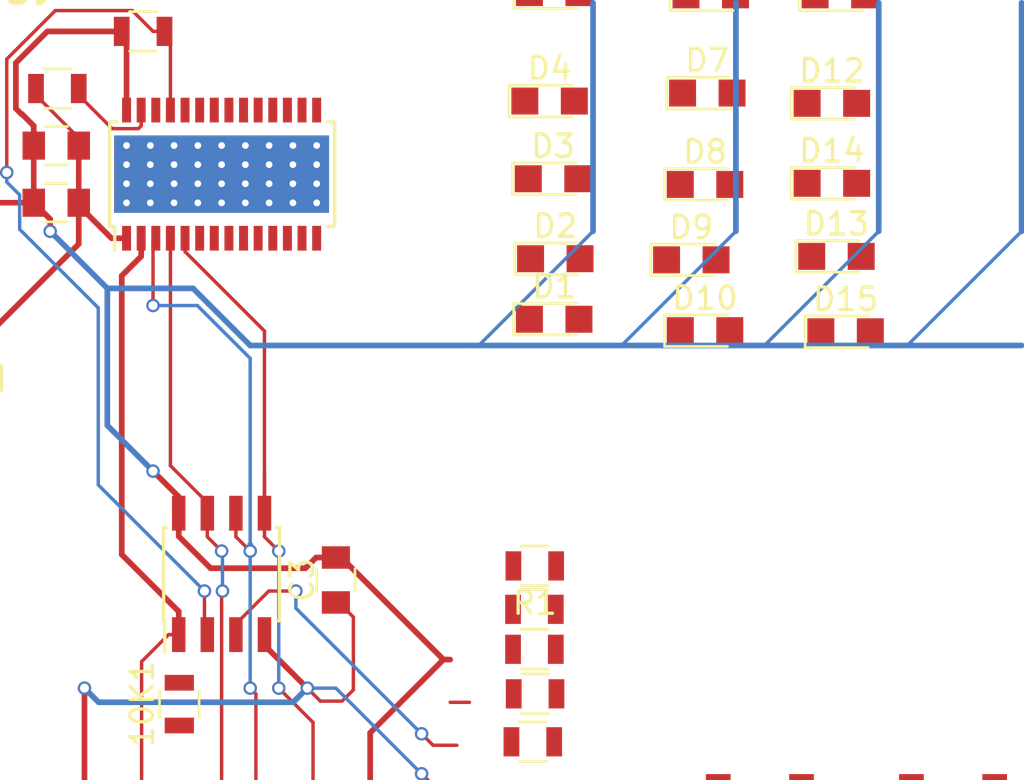
<source format=kicad_pcb>
(kicad_pcb (version 4) (host pcbnew 4.0.7)

  (general
    (links 113)
    (no_connects 94)
    (area 144.924999 89.924999 230.075001 145.075001)
    (thickness 1.6)
    (drawings 15)
    (tracks 191)
    (zones 0)
    (modules 34)
    (nets 36)
  )

  (page A4)
  (title_block
    (title "LED Business Card")
    (date 2017-09-22)
    (rev 1.0)
    (company "Robert Kuramshin")
  )

  (layers
    (0 F.Cu signal hide)
    (31 B.Cu signal)
    (32 B.Adhes user hide)
    (33 F.Adhes user hide)
    (34 B.Paste user hide)
    (35 F.Paste user hide)
    (36 B.SilkS user hide)
    (37 F.SilkS user hide)
    (38 B.Mask user hide)
    (39 F.Mask user hide)
    (40 Dwgs.User user hide)
    (41 Cmts.User user hide)
    (42 Eco1.User user hide)
    (43 Eco2.User user hide)
    (44 Edge.Cuts user hide)
    (45 Margin user hide)
    (46 B.CrtYd user hide)
    (47 F.CrtYd user hide)
    (48 B.Fab user hide)
    (49 F.Fab user hide)
  )

  (setup
    (last_trace_width 0.25)
    (user_trace_width 0.1524)
    (user_trace_width 0.254)
    (user_trace_width 0.381)
    (user_trace_width 0.508)
    (user_trace_width 0.8128)
    (trace_clearance 0.2)
    (zone_clearance 0.508)
    (zone_45_only no)
    (trace_min 0.1524)
    (segment_width 0.2)
    (edge_width 0.15)
    (via_size 0.6)
    (via_drill 0.4)
    (via_min_size 0.4)
    (via_min_drill 0.254)
    (user_via 0.4826 0.3302)
    (user_via 0.5 0.4)
    (user_via 1.9 0.254)
    (uvia_size 0.3)
    (uvia_drill 0.1)
    (uvias_allowed no)
    (uvia_min_size 0.2)
    (uvia_min_drill 0.1)
    (pcb_text_width 0.3)
    (pcb_text_size 1.5 1.5)
    (mod_edge_width 0.15)
    (mod_text_size 1 1)
    (mod_text_width 0.15)
    (pad_size 1.524 1.524)
    (pad_drill 0.762)
    (pad_to_mask_clearance 0.2)
    (aux_axis_origin 0 0)
    (visible_elements 7FFFFFFF)
    (pcbplotparams
      (layerselection 0x010f0_80000001)
      (usegerberextensions true)
      (excludeedgelayer true)
      (linewidth 0.100000)
      (plotframeref false)
      (viasonmask false)
      (mode 1)
      (useauxorigin false)
      (hpglpennumber 1)
      (hpglpenspeed 20)
      (hpglpendiameter 15)
      (hpglpenoverlay 2)
      (psnegative false)
      (psa4output false)
      (plotreference true)
      (plotvalue true)
      (plotinvisibletext false)
      (padsonsilk false)
      (subtractmaskfromsilk false)
      (outputformat 1)
      (mirror false)
      (drillshape 0)
      (scaleselection 1)
      (outputdirectory ./))
  )

  (net 0 "")
  (net 1 VCC)
  (net 2 GND)
  (net 3 "Net-(D1-Pad1)")
  (net 4 "Net-(D2-Pad1)")
  (net 5 "Net-(D3-Pad1)")
  (net 6 "Net-(D4-Pad1)")
  (net 7 "Net-(D5-Pad1)")
  (net 8 "Net-(D6-Pad1)")
  (net 9 "Net-(D7-Pad1)")
  (net 10 "Net-(D8-Pad1)")
  (net 11 "Net-(D9-Pad1)")
  (net 12 "Net-(D10-Pad1)")
  (net 13 "Net-(D11-Pad1)")
  (net 14 "Net-(D12-Pad1)")
  (net 15 "Net-(D13-Pad1)")
  (net 16 "Net-(D14-Pad1)")
  (net 17 "Net-(D15-Pad1)")
  (net 18 "Net-(D16-Pad1)")
  (net 19 "Net-(R3-Pad1)")
  (net 20 "Net-(R4-Pad1)")
  (net 21 BTNS)
  (net 22 "Net-(R7-Pad1)")
  (net 23 BLANK)
  (net 24 SDA)
  (net 25 SCLK)
  (net 26 "Net-(U2-Pad23)")
  (net 27 "Net-(U2-Pad24)")
  (net 28 "Net-(U2-Pad29)")
  (net 29 "Net-(J2-Pad2)")
  (net 30 "Net-(J2-Pad3)")
  (net 31 "Net-(10K1-Pad1)")
  (net 32 "Net-(R8-Pad2)")
  (net 33 "Net-(U1-Pad3)")
  (net 34 "Net-(R1-Pad1)")
  (net 35 "Net-(R6-Pad1)")

  (net_class Default "This is the default net class."
    (clearance 0.2)
    (trace_width 0.25)
    (via_dia 0.6)
    (via_drill 0.4)
    (uvia_dia 0.3)
    (uvia_drill 0.1)
    (add_net BLANK)
    (add_net BTNS)
    (add_net GND)
    (add_net "Net-(10K1-Pad1)")
    (add_net "Net-(D1-Pad1)")
    (add_net "Net-(D10-Pad1)")
    (add_net "Net-(D11-Pad1)")
    (add_net "Net-(D12-Pad1)")
    (add_net "Net-(D13-Pad1)")
    (add_net "Net-(D14-Pad1)")
    (add_net "Net-(D15-Pad1)")
    (add_net "Net-(D16-Pad1)")
    (add_net "Net-(D2-Pad1)")
    (add_net "Net-(D3-Pad1)")
    (add_net "Net-(D4-Pad1)")
    (add_net "Net-(D5-Pad1)")
    (add_net "Net-(D6-Pad1)")
    (add_net "Net-(D7-Pad1)")
    (add_net "Net-(D8-Pad1)")
    (add_net "Net-(D9-Pad1)")
    (add_net "Net-(J2-Pad2)")
    (add_net "Net-(J2-Pad3)")
    (add_net "Net-(R1-Pad1)")
    (add_net "Net-(R3-Pad1)")
    (add_net "Net-(R4-Pad1)")
    (add_net "Net-(R6-Pad1)")
    (add_net "Net-(R7-Pad1)")
    (add_net "Net-(R8-Pad2)")
    (add_net "Net-(U1-Pad3)")
    (add_net "Net-(U2-Pad23)")
    (add_net "Net-(U2-Pad24)")
    (add_net "Net-(U2-Pad29)")
    (add_net SCLK)
    (add_net SDA)
    (add_net VCC)
  )

  (module Housings_SOIC:SOIC-8_3.9x4.9mm_Pitch1.27mm (layer F.Cu) (tedit 59C4D22A) (tstamp 59C4A86A)
    (at 190.5 125.73 90)
    (descr "8-Lead Plastic Small Outline (SN) - Narrow, 3.90 mm Body [SOIC] (see Microchip Packaging Specification 00000049BS.pdf)")
    (tags "SOIC 1.27")
    (path /59C2ECEB)
    (attr smd)
    (fp_text reference U1 (at 0 -3.5 90) (layer F.SilkS) hide
      (effects (font (size 1 1) (thickness 0.15)))
    )
    (fp_text value ATTINY85-20SU (at 0 3.5 90) (layer F.Fab)
      (effects (font (size 1 1) (thickness 0.15)))
    )
    (fp_text user %R (at 0 0 90) (layer F.Fab)
      (effects (font (size 1 1) (thickness 0.15)))
    )
    (fp_line (start -0.95 -2.45) (end 1.95 -2.45) (layer F.Fab) (width 0.1))
    (fp_line (start 1.95 -2.45) (end 1.95 2.45) (layer F.Fab) (width 0.1))
    (fp_line (start 1.95 2.45) (end -1.95 2.45) (layer F.Fab) (width 0.1))
    (fp_line (start -1.95 2.45) (end -1.95 -1.45) (layer F.Fab) (width 0.1))
    (fp_line (start -1.95 -1.45) (end -0.95 -2.45) (layer F.Fab) (width 0.1))
    (fp_line (start -3.73 -2.7) (end -3.73 2.7) (layer F.CrtYd) (width 0.05))
    (fp_line (start 3.73 -2.7) (end 3.73 2.7) (layer F.CrtYd) (width 0.05))
    (fp_line (start -3.73 -2.7) (end 3.73 -2.7) (layer F.CrtYd) (width 0.05))
    (fp_line (start -3.73 2.7) (end 3.73 2.7) (layer F.CrtYd) (width 0.05))
    (fp_line (start -2.075 -2.575) (end -2.075 -2.525) (layer F.SilkS) (width 0.15))
    (fp_line (start 2.075 -2.575) (end 2.075 -2.43) (layer F.SilkS) (width 0.15))
    (fp_line (start 2.075 2.575) (end 2.075 2.43) (layer F.SilkS) (width 0.15))
    (fp_line (start -2.075 2.575) (end -2.075 2.43) (layer F.SilkS) (width 0.15))
    (fp_line (start -2.075 -2.575) (end 2.075 -2.575) (layer F.SilkS) (width 0.15))
    (fp_line (start -2.075 2.575) (end 2.075 2.575) (layer F.SilkS) (width 0.15))
    (fp_line (start -2.075 -2.525) (end -3.475 -2.525) (layer F.SilkS) (width 0.15))
    (pad 1 smd rect (at -2.7 -1.905 90) (size 1.55 0.6) (layers F.Cu F.Paste F.Mask)
      (net 31 "Net-(10K1-Pad1)"))
    (pad 2 smd rect (at -2.7 -0.635 90) (size 1.55 0.6) (layers F.Cu F.Paste F.Mask)
      (net 21 BTNS))
    (pad 3 smd rect (at -2.7 0.635 90) (size 1.55 0.6) (layers F.Cu F.Paste F.Mask)
      (net 33 "Net-(U1-Pad3)"))
    (pad 4 smd rect (at -2.7 1.905 90) (size 1.55 0.6) (layers F.Cu F.Paste F.Mask)
      (net 2 GND))
    (pad 5 smd rect (at 2.7 1.905 90) (size 1.55 0.6) (layers F.Cu F.Paste F.Mask)
      (net 23 BLANK))
    (pad 6 smd rect (at 2.7 0.635 90) (size 1.55 0.6) (layers F.Cu F.Paste F.Mask)
      (net 24 SDA))
    (pad 7 smd rect (at 2.7 -0.635 90) (size 1.55 0.6) (layers F.Cu F.Paste F.Mask)
      (net 25 SCLK))
    (pad 8 smd rect (at 2.7 -1.905 90) (size 1.55 0.6) (layers F.Cu F.Paste F.Mask)
      (net 1 VCC))
    (model ${KISYS3DMOD}/Housings_SOIC.3dshapes/SOIC-8_3.9x4.9mm_Pitch1.27mm.wrl
      (at (xyz 0 0 0))
      (scale (xyz 1 1 1))
      (rotate (xyz 0 0 0))
    )
  )

  (module Resistors_SMD:R_0805 (layer F.Cu) (tedit 59C4D267) (tstamp 59C4A7C6)
    (at 187.01 101.6)
    (descr "Resistor SMD 0805, reflow soldering, Vishay (see dcrcw.pdf)")
    (tags "resistor 0805")
    (path /59C5D4C8)
    (attr smd)
    (fp_text reference R8 (at 0 -1.65) (layer F.SilkS) hide
      (effects (font (size 1 1) (thickness 0.15)))
    )
    (fp_text value 10K (at 0 1.75) (layer F.Fab)
      (effects (font (size 1 1) (thickness 0.15)))
    )
    (fp_text user %R (at 0 0) (layer F.Fab)
      (effects (font (size 0.5 0.5) (thickness 0.075)))
    )
    (fp_line (start -1 0.62) (end -1 -0.62) (layer F.Fab) (width 0.1))
    (fp_line (start 1 0.62) (end -1 0.62) (layer F.Fab) (width 0.1))
    (fp_line (start 1 -0.62) (end 1 0.62) (layer F.Fab) (width 0.1))
    (fp_line (start -1 -0.62) (end 1 -0.62) (layer F.Fab) (width 0.1))
    (fp_line (start 0.6 0.88) (end -0.6 0.88) (layer F.SilkS) (width 0.12))
    (fp_line (start -0.6 -0.88) (end 0.6 -0.88) (layer F.SilkS) (width 0.12))
    (fp_line (start -1.55 -0.9) (end 1.55 -0.9) (layer F.CrtYd) (width 0.05))
    (fp_line (start -1.55 -0.9) (end -1.55 0.9) (layer F.CrtYd) (width 0.05))
    (fp_line (start 1.55 0.9) (end 1.55 -0.9) (layer F.CrtYd) (width 0.05))
    (fp_line (start 1.55 0.9) (end -1.55 0.9) (layer F.CrtYd) (width 0.05))
    (pad 1 smd rect (at -0.95 0) (size 0.7 1.3) (layers F.Cu F.Paste F.Mask)
      (net 1 VCC))
    (pad 2 smd rect (at 0.95 0) (size 0.7 1.3) (layers F.Cu F.Paste F.Mask)
      (net 32 "Net-(R8-Pad2)"))
    (model ${KISYS3DMOD}/Resistors_SMD.3dshapes/R_0805.wrl
      (at (xyz 0 0 0))
      (scale (xyz 1 1 1))
      (rotate (xyz 0 0 0))
    )
  )

  (module Capacitors_SMD:C_0805 (layer F.Cu) (tedit 59C4D2DB) (tstamp 59C4A5C3)
    (at 183.15 106.68)
    (descr "Capacitor SMD 0805, reflow soldering, AVX (see smccp.pdf)")
    (tags "capacitor 0805")
    (path /59C4A55D)
    (attr smd)
    (fp_text reference C1 (at 0 -1.5) (layer F.SilkS) hide
      (effects (font (size 1 1) (thickness 0.15)))
    )
    (fp_text value 0.1uF (at 0 1.75) (layer F.Fab)
      (effects (font (size 1 1) (thickness 0.15)))
    )
    (fp_text user %R (at 0 -1.5) (layer F.Fab) hide
      (effects (font (size 1 1) (thickness 0.15)))
    )
    (fp_line (start -1 0.62) (end -1 -0.62) (layer F.Fab) (width 0.1))
    (fp_line (start 1 0.62) (end -1 0.62) (layer F.Fab) (width 0.1))
    (fp_line (start 1 -0.62) (end 1 0.62) (layer F.Fab) (width 0.1))
    (fp_line (start -1 -0.62) (end 1 -0.62) (layer F.Fab) (width 0.1))
    (fp_line (start 0.5 -0.85) (end -0.5 -0.85) (layer F.SilkS) (width 0.12))
    (fp_line (start -0.5 0.85) (end 0.5 0.85) (layer F.SilkS) (width 0.12))
    (fp_line (start -1.75 -0.88) (end 1.75 -0.88) (layer F.CrtYd) (width 0.05))
    (fp_line (start -1.75 -0.88) (end -1.75 0.87) (layer F.CrtYd) (width 0.05))
    (fp_line (start 1.75 0.87) (end 1.75 -0.88) (layer F.CrtYd) (width 0.05))
    (fp_line (start 1.75 0.87) (end -1.75 0.87) (layer F.CrtYd) (width 0.05))
    (pad 1 smd rect (at -1 0) (size 1 1.25) (layers F.Cu F.Paste F.Mask)
      (net 1 VCC))
    (pad 2 smd rect (at 1 0) (size 1 1.25) (layers F.Cu F.Paste F.Mask)
      (net 2 GND))
    (model Capacitors_SMD.3dshapes/C_0805.wrl
      (at (xyz 0 0 0))
      (scale (xyz 1 1 1))
      (rotate (xyz 0 0 0))
    )
  )

  (module Capacitors_SMD:C_0805 (layer F.Cu) (tedit 59C4D2E0) (tstamp 59C4A5D4)
    (at 183.15 109.22 180)
    (descr "Capacitor SMD 0805, reflow soldering, AVX (see smccp.pdf)")
    (tags "capacitor 0805")
    (path /59C670FA)
    (attr smd)
    (fp_text reference C2 (at 0 -1.5 180) (layer F.SilkS) hide
      (effects (font (size 1 1) (thickness 0.15)))
    )
    (fp_text value 100nF (at 0 1.75 180) (layer F.Fab)
      (effects (font (size 1 1) (thickness 0.15)))
    )
    (fp_text user %R (at 0 -1.5 180) (layer F.Fab) hide
      (effects (font (size 1 1) (thickness 0.15)))
    )
    (fp_line (start -1 0.62) (end -1 -0.62) (layer F.Fab) (width 0.1))
    (fp_line (start 1 0.62) (end -1 0.62) (layer F.Fab) (width 0.1))
    (fp_line (start 1 -0.62) (end 1 0.62) (layer F.Fab) (width 0.1))
    (fp_line (start -1 -0.62) (end 1 -0.62) (layer F.Fab) (width 0.1))
    (fp_line (start 0.5 -0.85) (end -0.5 -0.85) (layer F.SilkS) (width 0.12))
    (fp_line (start -0.5 0.85) (end 0.5 0.85) (layer F.SilkS) (width 0.12))
    (fp_line (start -1.75 -0.88) (end 1.75 -0.88) (layer F.CrtYd) (width 0.05))
    (fp_line (start -1.75 -0.88) (end -1.75 0.87) (layer F.CrtYd) (width 0.05))
    (fp_line (start 1.75 0.87) (end 1.75 -0.88) (layer F.CrtYd) (width 0.05))
    (fp_line (start 1.75 0.87) (end -1.75 0.87) (layer F.CrtYd) (width 0.05))
    (pad 1 smd rect (at -1 0 180) (size 1 1.25) (layers F.Cu F.Paste F.Mask)
      (net 2 GND))
    (pad 2 smd rect (at 1 0 180) (size 1 1.25) (layers F.Cu F.Paste F.Mask)
      (net 1 VCC))
    (model Capacitors_SMD.3dshapes/C_0805.wrl
      (at (xyz 0 0 0))
      (scale (xyz 1 1 1))
      (rotate (xyz 0 0 0))
    )
  )

  (module Resistors_SMD:R_0805 (layer F.Cu) (tedit 59C4D21D) (tstamp 59C4A771)
    (at 204.404 127.3048)
    (descr "Resistor SMD 0805, reflow soldering, Vishay (see dcrcw.pdf)")
    (tags "resistor 0805")
    (path /59C629B6)
    (attr smd)
    (fp_text reference R3 (at 0 -1.65) (layer F.SilkS) hide
      (effects (font (size 1 1) (thickness 0.15)))
    )
    (fp_text value 3.8K (at 0 1.75) (layer F.Fab)
      (effects (font (size 1 1) (thickness 0.15)))
    )
    (fp_text user %R (at -9.398 2.1336) (layer F.Fab)
      (effects (font (size 0.5 0.5) (thickness 0.075)))
    )
    (fp_line (start -1 0.62) (end -1 -0.62) (layer F.Fab) (width 0.1))
    (fp_line (start 1 0.62) (end -1 0.62) (layer F.Fab) (width 0.1))
    (fp_line (start 1 -0.62) (end 1 0.62) (layer F.Fab) (width 0.1))
    (fp_line (start -1 -0.62) (end 1 -0.62) (layer F.Fab) (width 0.1))
    (fp_line (start 0.6 0.88) (end -0.6 0.88) (layer F.SilkS) (width 0.12))
    (fp_line (start -0.6 -0.88) (end 0.6 -0.88) (layer F.SilkS) (width 0.12))
    (fp_line (start -1.55 -0.9) (end 1.55 -0.9) (layer F.CrtYd) (width 0.05))
    (fp_line (start -1.55 -0.9) (end -1.55 0.9) (layer F.CrtYd) (width 0.05))
    (fp_line (start 1.55 0.9) (end 1.55 -0.9) (layer F.CrtYd) (width 0.05))
    (fp_line (start 1.55 0.9) (end -1.55 0.9) (layer F.CrtYd) (width 0.05))
    (pad 1 smd rect (at -0.95 0) (size 0.7 1.3) (layers F.Cu F.Paste F.Mask)
      (net 19 "Net-(R3-Pad1)"))
    (pad 2 smd rect (at 0.95 0) (size 0.7 1.3) (layers F.Cu F.Paste F.Mask)
      (net 34 "Net-(R1-Pad1)"))
    (model ${KISYS3DMOD}/Resistors_SMD.3dshapes/R_0805.wrl
      (at (xyz 0 0 0))
      (scale (xyz 1 1 1))
      (rotate (xyz 0 0 0))
    )
  )

  (module Resistors_SMD:R_0805 (layer F.Cu) (tedit 59C4D200) (tstamp 59C4A782)
    (at 204.404 129.0828 180)
    (descr "Resistor SMD 0805, reflow soldering, Vishay (see dcrcw.pdf)")
    (tags "resistor 0805")
    (path /59C6292D)
    (attr smd)
    (fp_text reference R4 (at 0 -1.65 180) (layer F.SilkS) hide
      (effects (font (size 1 1) (thickness 0.15)))
    )
    (fp_text value 2K (at 0 1.75 180) (layer F.Fab)
      (effects (font (size 1 1) (thickness 0.15)))
    )
    (fp_text user %R (at 0 0 180) (layer F.Fab)
      (effects (font (size 0.5 0.5) (thickness 0.075)))
    )
    (fp_line (start -1 0.62) (end -1 -0.62) (layer F.Fab) (width 0.1))
    (fp_line (start 1 0.62) (end -1 0.62) (layer F.Fab) (width 0.1))
    (fp_line (start 1 -0.62) (end 1 0.62) (layer F.Fab) (width 0.1))
    (fp_line (start -1 -0.62) (end 1 -0.62) (layer F.Fab) (width 0.1))
    (fp_line (start 0.6 0.88) (end -0.6 0.88) (layer F.SilkS) (width 0.12))
    (fp_line (start -0.6 -0.88) (end 0.6 -0.88) (layer F.SilkS) (width 0.12))
    (fp_line (start -1.55 -0.9) (end 1.55 -0.9) (layer F.CrtYd) (width 0.05))
    (fp_line (start -1.55 -0.9) (end -1.55 0.9) (layer F.CrtYd) (width 0.05))
    (fp_line (start 1.55 0.9) (end 1.55 -0.9) (layer F.CrtYd) (width 0.05))
    (fp_line (start 1.55 0.9) (end -1.55 0.9) (layer F.CrtYd) (width 0.05))
    (pad 1 smd rect (at -0.95 0 180) (size 0.7 1.3) (layers F.Cu F.Paste F.Mask)
      (net 20 "Net-(R4-Pad1)"))
    (pad 2 smd rect (at 0.95 0 180) (size 0.7 1.3) (layers F.Cu F.Paste F.Mask)
      (net 19 "Net-(R3-Pad1)"))
    (model ${KISYS3DMOD}/Resistors_SMD.3dshapes/R_0805.wrl
      (at (xyz 0 0 0))
      (scale (xyz 1 1 1))
      (rotate (xyz 0 0 0))
    )
  )

  (module Resistors_SMD:R_0805 (layer F.Cu) (tedit 59C4D20F) (tstamp 59C4A793)
    (at 204.4344 131.064)
    (descr "Resistor SMD 0805, reflow soldering, Vishay (see dcrcw.pdf)")
    (tags "resistor 0805")
    (path /59C62C0C)
    (attr smd)
    (fp_text reference R5 (at 0 -1.65) (layer F.SilkS) hide
      (effects (font (size 1 1) (thickness 0.15)))
    )
    (fp_text value 1K (at 0 1.75) (layer F.Fab)
      (effects (font (size 1 1) (thickness 0.15)))
    )
    (fp_text user %R (at 0 0) (layer F.Fab)
      (effects (font (size 0.5 0.5) (thickness 0.075)))
    )
    (fp_line (start -1 0.62) (end -1 -0.62) (layer F.Fab) (width 0.1))
    (fp_line (start 1 0.62) (end -1 0.62) (layer F.Fab) (width 0.1))
    (fp_line (start 1 -0.62) (end 1 0.62) (layer F.Fab) (width 0.1))
    (fp_line (start -1 -0.62) (end 1 -0.62) (layer F.Fab) (width 0.1))
    (fp_line (start 0.6 0.88) (end -0.6 0.88) (layer F.SilkS) (width 0.12))
    (fp_line (start -0.6 -0.88) (end 0.6 -0.88) (layer F.SilkS) (width 0.12))
    (fp_line (start -1.55 -0.9) (end 1.55 -0.9) (layer F.CrtYd) (width 0.05))
    (fp_line (start -1.55 -0.9) (end -1.55 0.9) (layer F.CrtYd) (width 0.05))
    (fp_line (start 1.55 0.9) (end 1.55 -0.9) (layer F.CrtYd) (width 0.05))
    (fp_line (start 1.55 0.9) (end -1.55 0.9) (layer F.CrtYd) (width 0.05))
    (pad 1 smd rect (at -0.95 0) (size 0.7 1.3) (layers F.Cu F.Paste F.Mask)
      (net 2 GND))
    (pad 2 smd rect (at 0.95 0) (size 0.7 1.3) (layers F.Cu F.Paste F.Mask)
      (net 20 "Net-(R4-Pad1)"))
    (model ${KISYS3DMOD}/Resistors_SMD.3dshapes/R_0805.wrl
      (at (xyz 0 0 0))
      (scale (xyz 1 1 1))
      (rotate (xyz 0 0 0))
    )
  )

  (module Resistors_SMD:R_0805 (layer F.Cu) (tedit 59C4D219) (tstamp 59C4A7A4)
    (at 204.3328 133.1976 180)
    (descr "Resistor SMD 0805, reflow soldering, Vishay (see dcrcw.pdf)")
    (tags "resistor 0805")
    (path /59C6269A)
    (attr smd)
    (fp_text reference R6 (at 0 -1.65 180) (layer F.SilkS) hide
      (effects (font (size 1 1) (thickness 0.15)))
    )
    (fp_text value 1M (at 0 1.75 180) (layer F.Fab)
      (effects (font (size 1 1) (thickness 0.15)))
    )
    (fp_text user %R (at 0 0 180) (layer F.Fab)
      (effects (font (size 0.5 0.5) (thickness 0.075)))
    )
    (fp_line (start -1 0.62) (end -1 -0.62) (layer F.Fab) (width 0.1))
    (fp_line (start 1 0.62) (end -1 0.62) (layer F.Fab) (width 0.1))
    (fp_line (start 1 -0.62) (end 1 0.62) (layer F.Fab) (width 0.1))
    (fp_line (start -1 -0.62) (end 1 -0.62) (layer F.Fab) (width 0.1))
    (fp_line (start 0.6 0.88) (end -0.6 0.88) (layer F.SilkS) (width 0.12))
    (fp_line (start -0.6 -0.88) (end 0.6 -0.88) (layer F.SilkS) (width 0.12))
    (fp_line (start -1.55 -0.9) (end 1.55 -0.9) (layer F.CrtYd) (width 0.05))
    (fp_line (start -1.55 -0.9) (end -1.55 0.9) (layer F.CrtYd) (width 0.05))
    (fp_line (start 1.55 0.9) (end 1.55 -0.9) (layer F.CrtYd) (width 0.05))
    (fp_line (start 1.55 0.9) (end -1.55 0.9) (layer F.CrtYd) (width 0.05))
    (pad 1 smd rect (at -0.95 0 180) (size 0.7 1.3) (layers F.Cu F.Paste F.Mask)
      (net 35 "Net-(R6-Pad1)"))
    (pad 2 smd rect (at 0.95 0 180) (size 0.7 1.3) (layers F.Cu F.Paste F.Mask)
      (net 2 GND))
    (model ${KISYS3DMOD}/Resistors_SMD.3dshapes/R_0805.wrl
      (at (xyz 0 0 0))
      (scale (xyz 1 1 1))
      (rotate (xyz 0 0 0))
    )
  )

  (module Resistors_SMD:R_0805 (layer F.Cu) (tedit 59C4D225) (tstamp 59C4A7B5)
    (at 183.2 104.14 180)
    (descr "Resistor SMD 0805, reflow soldering, Vishay (see dcrcw.pdf)")
    (tags "resistor 0805")
    (path /59C44454)
    (attr smd)
    (fp_text reference R7 (at 0 -1.65 180) (layer F.SilkS) hide
      (effects (font (size 1 1) (thickness 0.15)))
    )
    (fp_text value 2K (at 0 1.75 180) (layer F.Fab)
      (effects (font (size 1 1) (thickness 0.15)))
    )
    (fp_text user %R (at 0 0 180) (layer F.Fab)
      (effects (font (size 0.5 0.5) (thickness 0.075)))
    )
    (fp_line (start -1 0.62) (end -1 -0.62) (layer F.Fab) (width 0.1))
    (fp_line (start 1 0.62) (end -1 0.62) (layer F.Fab) (width 0.1))
    (fp_line (start 1 -0.62) (end 1 0.62) (layer F.Fab) (width 0.1))
    (fp_line (start -1 -0.62) (end 1 -0.62) (layer F.Fab) (width 0.1))
    (fp_line (start 0.6 0.88) (end -0.6 0.88) (layer F.SilkS) (width 0.12))
    (fp_line (start -0.6 -0.88) (end 0.6 -0.88) (layer F.SilkS) (width 0.12))
    (fp_line (start -1.55 -0.9) (end 1.55 -0.9) (layer F.CrtYd) (width 0.05))
    (fp_line (start -1.55 -0.9) (end -1.55 0.9) (layer F.CrtYd) (width 0.05))
    (fp_line (start 1.55 0.9) (end 1.55 -0.9) (layer F.CrtYd) (width 0.05))
    (fp_line (start 1.55 0.9) (end -1.55 0.9) (layer F.CrtYd) (width 0.05))
    (pad 1 smd rect (at -0.95 0 180) (size 0.7 1.3) (layers F.Cu F.Paste F.Mask)
      (net 22 "Net-(R7-Pad1)"))
    (pad 2 smd rect (at 0.95 0 180) (size 0.7 1.3) (layers F.Cu F.Paste F.Mask)
      (net 2 GND))
    (model ${KISYS3DMOD}/Resistors_SMD.3dshapes/R_0805.wrl
      (at (xyz 0 0 0))
      (scale (xyz 1 1 1))
      (rotate (xyz 0 0 0))
    )
  )

  (module Buttons_Switches_SMD:SW_SPST_SKQG (layer F.Cu) (tedit 59C4D2C2) (tstamp 59C4A838)
    (at 214.4268 138.6332 90)
    (descr "ALPS 5.2mm Square Low-profile TACT Switch (SMD), http://www.alps.com/prod/info/E/PDF/Tact/SurfaceMount/SKQG/SKQG.PDF")
    (tags "SPST Button Switch")
    (path /59C624D3)
    (attr smd)
    (fp_text reference SW3 (at 0 -3.6 90) (layer F.SilkS) hide
      (effects (font (size 1 1) (thickness 0.15)))
    )
    (fp_text value SW_Push (at 0 3.7 90) (layer F.Fab)
      (effects (font (size 1 1) (thickness 0.15)))
    )
    (fp_line (start 1.45 -2.6) (end 2.55 -1.5) (layer F.Fab) (width 0.1))
    (fp_line (start 2.55 -1.5) (end 2.55 1.45) (layer F.Fab) (width 0.1))
    (fp_line (start 2.55 1.45) (end 1.4 2.6) (layer F.Fab) (width 0.1))
    (fp_line (start 1.4 2.6) (end -1.45 2.6) (layer F.Fab) (width 0.1))
    (fp_line (start -1.45 2.6) (end -2.6 1.45) (layer F.Fab) (width 0.1))
    (fp_line (start -2.6 1.45) (end -2.6 -1.45) (layer F.Fab) (width 0.1))
    (fp_line (start -2.6 -1.45) (end -1.45 -2.6) (layer F.Fab) (width 0.1))
    (fp_line (start -1.45 -2.6) (end 1.45 -2.6) (layer F.Fab) (width 0.1))
    (fp_text user %R (at 0 -3.6 90) (layer F.Fab) hide
      (effects (font (size 1 1) (thickness 0.15)))
    )
    (fp_line (start -4.25 -2.95) (end -4.25 2.95) (layer F.CrtYd) (width 0.05))
    (fp_line (start 4.25 -2.95) (end -4.25 -2.95) (layer F.CrtYd) (width 0.05))
    (fp_line (start 4.25 2.95) (end 4.25 -2.95) (layer F.CrtYd) (width 0.05))
    (fp_line (start -4.25 2.95) (end 4.25 2.95) (layer F.CrtYd) (width 0.05))
    (fp_line (start -1.2 -1.8) (end 1.2 -1.8) (layer F.Fab) (width 0.1))
    (fp_line (start -1.8 -1.2) (end -1.2 -1.8) (layer F.Fab) (width 0.1))
    (fp_line (start -1.8 1.2) (end -1.8 -1.2) (layer F.Fab) (width 0.1))
    (fp_line (start -1.2 1.8) (end -1.8 1.2) (layer F.Fab) (width 0.1))
    (fp_line (start 1.2 1.8) (end -1.2 1.8) (layer F.Fab) (width 0.1))
    (fp_line (start 1.8 1.2) (end 1.2 1.8) (layer F.Fab) (width 0.1))
    (fp_line (start 1.8 -1.2) (end 1.8 1.2) (layer F.Fab) (width 0.1))
    (fp_line (start 1.2 -1.8) (end 1.8 -1.2) (layer F.Fab) (width 0.1))
    (fp_line (start -1.45 -2.7) (end 1.45 -2.7) (layer F.SilkS) (width 0.12))
    (fp_line (start -1.9 -2.25) (end -1.45 -2.7) (layer F.SilkS) (width 0.12))
    (fp_line (start -2.7 1) (end -2.7 -1) (layer F.SilkS) (width 0.12))
    (fp_line (start -1.45 2.7) (end -1.9 2.25) (layer F.SilkS) (width 0.12))
    (fp_line (start 1.45 2.7) (end -1.45 2.7) (layer F.SilkS) (width 0.12))
    (fp_line (start 1.9 2.25) (end 1.45 2.7) (layer F.SilkS) (width 0.12))
    (fp_line (start 2.7 -1) (end 2.7 1) (layer F.SilkS) (width 0.12))
    (fp_line (start 1.45 -2.7) (end 1.9 -2.25) (layer F.SilkS) (width 0.12))
    (fp_circle (center 0 0) (end 1 0) (layer F.Fab) (width 0.1))
    (pad 1 smd rect (at -3.1 -1.85 90) (size 1.8 1.1) (layers F.Cu F.Paste F.Mask)
      (net 19 "Net-(R3-Pad1)"))
    (pad 1 smd rect (at 3.1 -1.85 90) (size 1.8 1.1) (layers F.Cu F.Paste F.Mask)
      (net 19 "Net-(R3-Pad1)"))
    (pad 2 smd rect (at -3.1 1.85 90) (size 1.8 1.1) (layers F.Cu F.Paste F.Mask)
      (net 35 "Net-(R6-Pad1)"))
    (pad 2 smd rect (at 3.1 1.85 90) (size 1.8 1.1) (layers F.Cu F.Paste F.Mask)
      (net 35 "Net-(R6-Pad1)"))
    (model ${KISYS3DMOD}/Buttons_Switches_SMD.3dshapes/SW_SPST_SKQG.wrl
      (at (xyz 0 0 0))
      (scale (xyz 1 1 1))
      (rotate (xyz 0 0 0))
    )
  )

  (module Buttons_Switches_SMD:SW_SPST_SKQG (layer F.Cu) (tedit 59C4D2BE) (tstamp 59C4A85E)
    (at 205.4352 139.8536 270)
    (descr "ALPS 5.2mm Square Low-profile TACT Switch (SMD), http://www.alps.com/prod/info/E/PDF/Tact/SurfaceMount/SKQG/SKQG.PDF")
    (tags "SPST Button Switch")
    (path /59C62548)
    (attr smd)
    (fp_text reference SW4 (at 0 -3.6 270) (layer F.SilkS) hide
      (effects (font (size 1 1) (thickness 0.15)))
    )
    (fp_text value SW_Push (at 0 3.7 270) (layer F.Fab)
      (effects (font (size 1 1) (thickness 0.15)))
    )
    (fp_line (start 1.45 -2.6) (end 2.55 -1.5) (layer F.Fab) (width 0.1))
    (fp_line (start 2.55 -1.5) (end 2.55 1.45) (layer F.Fab) (width 0.1))
    (fp_line (start 2.55 1.45) (end 1.4 2.6) (layer F.Fab) (width 0.1))
    (fp_line (start 1.4 2.6) (end -1.45 2.6) (layer F.Fab) (width 0.1))
    (fp_line (start -1.45 2.6) (end -2.6 1.45) (layer F.Fab) (width 0.1))
    (fp_line (start -2.6 1.45) (end -2.6 -1.45) (layer F.Fab) (width 0.1))
    (fp_line (start -2.6 -1.45) (end -1.45 -2.6) (layer F.Fab) (width 0.1))
    (fp_line (start -1.45 -2.6) (end 1.45 -2.6) (layer F.Fab) (width 0.1))
    (fp_text user %R (at 0 -3.6 270) (layer F.Fab) hide
      (effects (font (size 1 1) (thickness 0.15)))
    )
    (fp_line (start -4.25 -2.95) (end -4.25 2.95) (layer F.CrtYd) (width 0.05))
    (fp_line (start 4.25 -2.95) (end -4.25 -2.95) (layer F.CrtYd) (width 0.05))
    (fp_line (start 4.25 2.95) (end 4.25 -2.95) (layer F.CrtYd) (width 0.05))
    (fp_line (start -4.25 2.95) (end 4.25 2.95) (layer F.CrtYd) (width 0.05))
    (fp_line (start -1.2 -1.8) (end 1.2 -1.8) (layer F.Fab) (width 0.1))
    (fp_line (start -1.8 -1.2) (end -1.2 -1.8) (layer F.Fab) (width 0.1))
    (fp_line (start -1.8 1.2) (end -1.8 -1.2) (layer F.Fab) (width 0.1))
    (fp_line (start -1.2 1.8) (end -1.8 1.2) (layer F.Fab) (width 0.1))
    (fp_line (start 1.2 1.8) (end -1.2 1.8) (layer F.Fab) (width 0.1))
    (fp_line (start 1.8 1.2) (end 1.2 1.8) (layer F.Fab) (width 0.1))
    (fp_line (start 1.8 -1.2) (end 1.8 1.2) (layer F.Fab) (width 0.1))
    (fp_line (start 1.2 -1.8) (end 1.8 -1.2) (layer F.Fab) (width 0.1))
    (fp_line (start -1.45 -2.7) (end 1.45 -2.7) (layer F.SilkS) (width 0.12))
    (fp_line (start -1.9 -2.25) (end -1.45 -2.7) (layer F.SilkS) (width 0.12))
    (fp_line (start -2.7 1) (end -2.7 -1) (layer F.SilkS) (width 0.12))
    (fp_line (start -1.45 2.7) (end -1.9 2.25) (layer F.SilkS) (width 0.12))
    (fp_line (start 1.45 2.7) (end -1.45 2.7) (layer F.SilkS) (width 0.12))
    (fp_line (start 1.9 2.25) (end 1.45 2.7) (layer F.SilkS) (width 0.12))
    (fp_line (start 2.7 -1) (end 2.7 1) (layer F.SilkS) (width 0.12))
    (fp_line (start 1.45 -2.7) (end 1.9 -2.25) (layer F.SilkS) (width 0.12))
    (fp_circle (center 0 0) (end 1 0) (layer F.Fab) (width 0.1))
    (pad 1 smd rect (at -3.1 -1.85 270) (size 1.8 1.1) (layers F.Cu F.Paste F.Mask)
      (net 20 "Net-(R4-Pad1)"))
    (pad 1 smd rect (at 3.1 -1.85 270) (size 1.8 1.1) (layers F.Cu F.Paste F.Mask)
      (net 20 "Net-(R4-Pad1)"))
    (pad 2 smd rect (at -3.1 1.85 270) (size 1.8 1.1) (layers F.Cu F.Paste F.Mask)
      (net 35 "Net-(R6-Pad1)"))
    (pad 2 smd rect (at 3.1 1.85 270) (size 1.8 1.1) (layers F.Cu F.Paste F.Mask)
      (net 35 "Net-(R6-Pad1)"))
    (model ${KISYS3DMOD}/Buttons_Switches_SMD.3dshapes/SW_SPST_SKQG.wrl
      (at (xyz 0 0 0))
      (scale (xyz 1 1 1))
      (rotate (xyz 0 0 0))
    )
  )

  (module Housings_SSOP:HTSSOP-28_4.4x9.7mm_Pitch0.65mm_ThermalPad (layer F.Cu) (tedit 59C4D278) (tstamp 59C4A8AE)
    (at 190.5 107.95 90)
    (descr "HTSSOP28: plastic thin shrink small outline package; 28 leads; body width 4.4 mm; thermal pad")
    (tags "TSSOP HTSSOP 0.65 thermal pad")
    (path /59C41315)
    (attr smd)
    (fp_text reference U2 (at 0 -5.9 90) (layer F.SilkS) hide
      (effects (font (size 1 1) (thickness 0.15)))
    )
    (fp_text value TLC5940PWP (at 0 5.9 90) (layer F.Fab)
      (effects (font (size 1 1) (thickness 0.15)))
    )
    (fp_line (start -1.2 -4.85) (end 2.2 -4.85) (layer F.Fab) (width 0.15))
    (fp_line (start 2.2 -4.85) (end 2.2 4.85) (layer F.Fab) (width 0.15))
    (fp_line (start 2.2 4.9008) (end -2.2 4.9008) (layer F.Fab) (width 0.15))
    (fp_line (start -2.2 4.85) (end -2.2 -3.85) (layer F.Fab) (width 0.15))
    (fp_line (start -2.2 -3.85) (end -1.2 -4.85) (layer F.Fab) (width 0.15))
    (fp_line (start -3.65 -5.15) (end -3.65 5.15) (layer F.CrtYd) (width 0.05))
    (fp_line (start 3.65 -5.15) (end 3.65 5.15) (layer F.CrtYd) (width 0.05))
    (fp_line (start -3.65 -5.15) (end 3.65 -5.15) (layer F.CrtYd) (width 0.05))
    (fp_line (start -3.65 5.15) (end 3.65 5.15) (layer F.CrtYd) (width 0.05))
    (fp_line (start -2.325 -4.975) (end -2.325 -4.75) (layer F.SilkS) (width 0.15))
    (fp_line (start 2.325 -4.975) (end 2.325 -4.65) (layer F.SilkS) (width 0.15))
    (fp_line (start 2.325 5.0258) (end 2.325 4.7008) (layer F.SilkS) (width 0.15))
    (fp_line (start -2.325 5.0258) (end -2.325 4.7008) (layer F.SilkS) (width 0.15))
    (fp_line (start -2.325 -4.975) (end 2.325 -4.975) (layer F.SilkS) (width 0.15))
    (fp_line (start -2.325 5.0258) (end 2.325 5.0258) (layer F.SilkS) (width 0.15))
    (fp_line (start -2.325 -4.75) (end -3.4 -4.75) (layer F.SilkS) (width 0.15))
    (fp_text user %R (at 0 0 90) (layer F.Fab)
      (effects (font (size 0.8 0.8) (thickness 0.15)))
    )
    (pad 1 smd rect (at -2.85 -4.225 90) (size 1.1 0.4) (layers F.Cu F.Paste F.Mask)
      (net 2 GND))
    (pad 2 smd rect (at -2.85 -3.575 90) (size 1.1 0.4) (layers F.Cu F.Paste F.Mask)
      (net 23 BLANK))
    (pad 3 smd rect (at -2.85 -2.925 90) (size 1.1 0.4) (layers F.Cu F.Paste F.Mask)
      (net 23 BLANK))
    (pad 4 smd rect (at -2.85 -2.275 90) (size 1.1 0.4) (layers F.Cu F.Paste F.Mask)
      (net 25 SCLK))
    (pad 5 smd rect (at -2.85 -1.625 90) (size 1.1 0.4) (layers F.Cu F.Paste F.Mask)
      (net 24 SDA))
    (pad 6 smd rect (at -2.85 -0.975 90) (size 1.1 0.4) (layers F.Cu F.Paste F.Mask)
      (net 2 GND))
    (pad 7 smd rect (at -2.85 -0.325 90) (size 1.1 0.4) (layers F.Cu F.Paste F.Mask)
      (net 3 "Net-(D1-Pad1)"))
    (pad 8 smd rect (at -2.85 0.325 90) (size 1.1 0.4) (layers F.Cu F.Paste F.Mask)
      (net 4 "Net-(D2-Pad1)"))
    (pad 9 smd rect (at -2.85 0.975 90) (size 1.1 0.4) (layers F.Cu F.Paste F.Mask)
      (net 5 "Net-(D3-Pad1)"))
    (pad 10 smd rect (at -2.85 1.625 90) (size 1.1 0.4) (layers F.Cu F.Paste F.Mask)
      (net 6 "Net-(D4-Pad1)"))
    (pad 11 smd rect (at -2.85 2.275 90) (size 1.1 0.4) (layers F.Cu F.Paste F.Mask)
      (net 7 "Net-(D5-Pad1)"))
    (pad 12 smd rect (at -2.85 2.925 90) (size 1.1 0.4) (layers F.Cu F.Paste F.Mask)
      (net 8 "Net-(D6-Pad1)"))
    (pad 13 smd rect (at -2.85 3.575 90) (size 1.1 0.4) (layers F.Cu F.Paste F.Mask)
      (net 9 "Net-(D7-Pad1)"))
    (pad 14 smd rect (at -2.85 4.225 90) (size 1.1 0.4) (layers F.Cu F.Paste F.Mask)
      (net 10 "Net-(D8-Pad1)"))
    (pad 15 smd rect (at 2.85 4.225 90) (size 1.1 0.4) (layers F.Cu F.Paste F.Mask)
      (net 11 "Net-(D9-Pad1)"))
    (pad 16 smd rect (at 2.85 3.575 90) (size 1.1 0.4) (layers F.Cu F.Paste F.Mask)
      (net 12 "Net-(D10-Pad1)"))
    (pad 17 smd rect (at 2.85 2.925 90) (size 1.1 0.4) (layers F.Cu F.Paste F.Mask)
      (net 13 "Net-(D11-Pad1)"))
    (pad 18 smd rect (at 2.85 2.275 90) (size 1.1 0.4) (layers F.Cu F.Paste F.Mask)
      (net 14 "Net-(D12-Pad1)"))
    (pad 19 smd rect (at 2.85 1.625 90) (size 1.1 0.4) (layers F.Cu F.Paste F.Mask)
      (net 15 "Net-(D13-Pad1)"))
    (pad 20 smd rect (at 2.85 0.975 90) (size 1.1 0.4) (layers F.Cu F.Paste F.Mask)
      (net 16 "Net-(D14-Pad1)"))
    (pad 21 smd rect (at 2.85 0.325 90) (size 1.1 0.4) (layers F.Cu F.Paste F.Mask)
      (net 17 "Net-(D15-Pad1)"))
    (pad 22 smd rect (at 2.85 -0.325 90) (size 1.1 0.4) (layers F.Cu F.Paste F.Mask)
      (net 18 "Net-(D16-Pad1)"))
    (pad 23 smd rect (at 2.85 -0.975 90) (size 1.1 0.4) (layers F.Cu F.Paste F.Mask)
      (net 26 "Net-(U2-Pad23)"))
    (pad 24 smd rect (at 2.85 -1.625 90) (size 1.1 0.4) (layers F.Cu F.Paste F.Mask)
      (net 27 "Net-(U2-Pad24)"))
    (pad 25 smd rect (at 2.85 -2.275 90) (size 1.1 0.4) (layers F.Cu F.Paste F.Mask)
      (net 25 SCLK))
    (pad 26 smd rect (at 2.85 -2.925 90) (size 1.1 0.4) (layers F.Cu F.Paste F.Mask)
      (net 1 VCC))
    (pad 27 smd rect (at 2.85 -3.575 90) (size 1.1 0.4) (layers F.Cu F.Paste F.Mask)
      (net 22 "Net-(R7-Pad1)"))
    (pad 28 smd rect (at 2.85 -4.225 90) (size 1.1 0.4) (layers F.Cu F.Paste F.Mask)
      (net 1 VCC))
    (pad 29 thru_hole rect (at -1.275 4.225 90) (size 0.89 1.1) (drill 0.3) (layers *.Cu *.Mask)
      (net 28 "Net-(U2-Pad29)"))
    (pad 29 thru_hole rect (at -0.425 4.225 90) (size 0.89 1.1) (drill 0.3) (layers *.Cu *.Mask)
      (net 28 "Net-(U2-Pad29)"))
    (pad 29 thru_hole rect (at 1.275 4.225 90) (size 0.89 1.1) (drill 0.3) (layers *.Cu *.Mask)
      (net 28 "Net-(U2-Pad29)"))
    (pad 29 thru_hole rect (at 0.425 4.225 90) (size 0.89 1.1) (drill 0.3) (layers *.Cu *.Mask)
      (net 28 "Net-(U2-Pad29)"))
    (pad 29 thru_hole rect (at 0.425 3.16875 90) (size 0.89 1.1) (drill 0.3) (layers *.Cu *.Mask)
      (net 28 "Net-(U2-Pad29)"))
    (pad 29 thru_hole rect (at 1.275 3.16875 90) (size 0.89 1.1) (drill 0.3) (layers *.Cu *.Mask)
      (net 28 "Net-(U2-Pad29)"))
    (pad 29 thru_hole rect (at -0.425 3.16875 90) (size 0.89 1.1) (drill 0.3) (layers *.Cu *.Mask)
      (net 28 "Net-(U2-Pad29)"))
    (pad 29 thru_hole rect (at -1.275 3.16875 90) (size 0.89 1.1) (drill 0.3) (layers *.Cu *.Mask)
      (net 28 "Net-(U2-Pad29)"))
    (pad 29 thru_hole rect (at -1.275 2.1125 90) (size 0.89 1.1) (drill 0.3) (layers *.Cu *.Mask)
      (net 28 "Net-(U2-Pad29)"))
    (pad 29 thru_hole rect (at -0.425 2.1125 90) (size 0.89 1.1) (drill 0.3) (layers *.Cu *.Mask)
      (net 28 "Net-(U2-Pad29)"))
    (pad 29 thru_hole rect (at 1.275 2.1125 90) (size 0.89 1.1) (drill 0.3) (layers *.Cu *.Mask)
      (net 28 "Net-(U2-Pad29)"))
    (pad 29 thru_hole rect (at 0.425 2.1125 90) (size 0.89 1.1) (drill 0.3) (layers *.Cu *.Mask)
      (net 28 "Net-(U2-Pad29)"))
    (pad 29 thru_hole rect (at 0.425 1.05625 90) (size 0.89 1.1) (drill 0.3) (layers *.Cu *.Mask)
      (net 28 "Net-(U2-Pad29)"))
    (pad 29 thru_hole rect (at 1.275 1.05625 90) (size 0.89 1.1) (drill 0.3) (layers *.Cu *.Mask)
      (net 28 "Net-(U2-Pad29)"))
    (pad 29 thru_hole rect (at -0.425 1.05625 90) (size 0.89 1.1) (drill 0.3) (layers *.Cu *.Mask)
      (net 28 "Net-(U2-Pad29)"))
    (pad 29 thru_hole rect (at -1.275 1.05625 90) (size 0.89 1.1) (drill 0.3) (layers *.Cu *.Mask)
      (net 28 "Net-(U2-Pad29)"))
    (pad 29 thru_hole rect (at -1.275 0 90) (size 0.89 1.1) (drill 0.3) (layers *.Cu *.Mask)
      (net 28 "Net-(U2-Pad29)"))
    (pad 29 thru_hole rect (at -0.425 0 90) (size 0.89 1.1) (drill 0.3) (layers *.Cu *.Mask)
      (net 28 "Net-(U2-Pad29)"))
    (pad 29 thru_hole rect (at 1.275 0 90) (size 0.89 1.1) (drill 0.3) (layers *.Cu *.Mask)
      (net 28 "Net-(U2-Pad29)"))
    (pad 29 thru_hole rect (at 0.425 0 90) (size 0.89 1.1) (drill 0.3) (layers *.Cu *.Mask)
      (net 28 "Net-(U2-Pad29)"))
    (pad 29 thru_hole rect (at 0.425 -1.05625 90) (size 0.89 1.1) (drill 0.3) (layers *.Cu *.Mask)
      (net 28 "Net-(U2-Pad29)"))
    (pad 29 thru_hole rect (at 1.275 -1.05625 90) (size 0.89 1.1) (drill 0.3) (layers *.Cu *.Mask)
      (net 28 "Net-(U2-Pad29)"))
    (pad 29 thru_hole rect (at -0.425 -1.05625 90) (size 0.89 1.1) (drill 0.3) (layers *.Cu *.Mask)
      (net 28 "Net-(U2-Pad29)"))
    (pad 29 thru_hole rect (at -1.275 -1.05625 90) (size 0.89 1.1) (drill 0.3) (layers *.Cu *.Mask)
      (net 28 "Net-(U2-Pad29)"))
    (pad 29 thru_hole rect (at -1.275 -2.1125 90) (size 0.89 1.1) (drill 0.3) (layers *.Cu *.Mask)
      (net 28 "Net-(U2-Pad29)"))
    (pad 29 thru_hole rect (at -0.425 -2.1125 90) (size 0.89 1.1) (drill 0.3) (layers *.Cu *.Mask)
      (net 28 "Net-(U2-Pad29)"))
    (pad 29 thru_hole rect (at 1.275 -2.1125 90) (size 0.89 1.1) (drill 0.3) (layers *.Cu *.Mask)
      (net 28 "Net-(U2-Pad29)"))
    (pad 29 thru_hole rect (at 0.425 -2.1125 90) (size 0.89 1.1) (drill 0.3) (layers *.Cu *.Mask)
      (net 28 "Net-(U2-Pad29)"))
    (pad 29 thru_hole rect (at 0.425 -3.16875 90) (size 0.89 1.1) (drill 0.3) (layers *.Cu *.Mask)
      (net 28 "Net-(U2-Pad29)"))
    (pad 29 thru_hole rect (at 1.275 -3.16875 90) (size 0.89 1.1) (drill 0.3) (layers *.Cu *.Mask)
      (net 28 "Net-(U2-Pad29)"))
    (pad 29 thru_hole rect (at -0.425 -3.16875 90) (size 0.89 1.1) (drill 0.3) (layers *.Cu *.Mask)
      (net 28 "Net-(U2-Pad29)"))
    (pad 29 thru_hole rect (at -1.275 -3.16875 90) (size 0.89 1.1) (drill 0.3) (layers *.Cu *.Mask)
      (net 28 "Net-(U2-Pad29)"))
    (pad 29 thru_hole rect (at -1.275 -4.225 90) (size 0.89 1.1) (drill 0.3) (layers *.Cu *.Mask)
      (net 28 "Net-(U2-Pad29)"))
    (pad 29 thru_hole rect (at -0.425 -4.225 90) (size 0.89 1.1) (drill 0.3) (layers *.Cu *.Mask)
      (net 28 "Net-(U2-Pad29)"))
    (pad 29 thru_hole rect (at 1.275 -4.225 90) (size 0.89 1.1) (drill 0.3) (layers *.Cu *.Mask)
      (net 28 "Net-(U2-Pad29)"))
    (pad 29 thru_hole rect (at 0.425 -4.225 90) (size 0.89 1.1) (drill 0.3) (layers *.Cu *.Mask)
      (net 28 "Net-(U2-Pad29)"))
    (model ${KISYS3DMOD}/Housings_SSOP.3dshapes/HTSSOP-28_4.4x9.7mm_Pitch0.65mm_ThermalPad.wrl
      (at (xyz 0 0 0))
      (scale (xyz 1 1 1))
      (rotate (xyz 0 0 0))
    )
  )

  (module usb:USB_connector (layer F.Cu) (tedit 59C4D2E4) (tstamp 59C51C3D)
    (at 156.2 133.7 135)
    (path /59C7247C)
    (autoplace_cost90 2)
    (fp_text reference J2 (at 0.254001 4.191 135) (layer F.SilkS) hide
      (effects (font (size 1 1) (thickness 0.15)))
    )
    (fp_text value Conn_01x04_Male (at 0.127 5.461001 135) (layer F.Fab)
      (effects (font (size 1 1) (thickness 0.15)))
    )
    (pad 1 smd rect (at -3.75 -3.25 135) (size 1.25 12.5) (layers F.Cu F.Paste F.Mask)
      (net 2 GND))
    (pad 4 smd rect (at 3.75 -3.25 135) (size 1.25 12.5) (layers F.Cu F.Paste F.Mask)
      (net 1 VCC))
    (pad 2 smd rect (at -1.27 -3.048 135) (size 1.25 12) (layers F.Cu F.Paste F.Mask)
      (net 29 "Net-(J2-Pad2)"))
    (pad 3 smd rect (at 1.27 -3.048 135) (size 1.25 12) (layers F.Cu F.Paste F.Mask)
      (net 30 "Net-(J2-Pad3)"))
  )

  (module pogo_connector:pogo_connector (layer F.Cu) (tedit 59C4D20B) (tstamp 59C4A73E)
    (at 192.024 141.732 90)
    (path /59C6B0AE)
    (fp_text reference J1 (at 0 7.62 90) (layer F.SilkS) hide
      (effects (font (size 1 1) (thickness 0.15)))
    )
    (fp_text value Conn_01x06 (at 0 -10.16 90) (layer F.Fab)
      (effects (font (size 1 1) (thickness 0.15)))
    )
    (pad 1 smd rect (at 0 -7.62 90) (size 2.4 2) (layers F.Cu F.Paste F.Mask)
      (net 2 GND))
    (pad 2 smd rect (at 0 -5.08 90) (size 2.4 2) (layers F.Cu F.Paste F.Mask)
      (net 31 "Net-(10K1-Pad1)"))
    (pad 3 smd rect (at 0 -2.54 90) (size 2.4 2) (layers F.Cu F.Paste F.Mask)
      (net 25 SCLK))
    (pad 4 smd rect (at 0 0 90) (size 2.4 2) (layers F.Cu F.Paste F.Mask)
      (net 24 SDA))
    (pad 5 smd rect (at 0 2.54 90) (size 2.4 2) (layers F.Cu F.Paste F.Mask)
      (net 23 BLANK))
    (pad 6 smd rect (at 0 5.08 90) (size 2.4 2) (layers F.Cu F.Paste F.Mask)
      (net 1 VCC))
  )

  (module Capacitors_SMD:C_0805 (layer F.Cu) (tedit 58AA8463) (tstamp 59C56009)
    (at 195.58 126 90)
    (descr "Capacitor SMD 0805, reflow soldering, AVX (see smccp.pdf)")
    (tags "capacitor 0805")
    (path /59C56136)
    (attr smd)
    (fp_text reference C3 (at 0 -1.5 90) (layer F.SilkS)
      (effects (font (size 1 1) (thickness 0.15)))
    )
    (fp_text value 0.1uF (at 0 1.75 90) (layer F.Fab)
      (effects (font (size 1 1) (thickness 0.15)))
    )
    (fp_text user %R (at 0 -1.5 90) (layer F.Fab)
      (effects (font (size 1 1) (thickness 0.15)))
    )
    (fp_line (start -1 0.62) (end -1 -0.62) (layer F.Fab) (width 0.1))
    (fp_line (start 1 0.62) (end -1 0.62) (layer F.Fab) (width 0.1))
    (fp_line (start 1 -0.62) (end 1 0.62) (layer F.Fab) (width 0.1))
    (fp_line (start -1 -0.62) (end 1 -0.62) (layer F.Fab) (width 0.1))
    (fp_line (start 0.5 -0.85) (end -0.5 -0.85) (layer F.SilkS) (width 0.12))
    (fp_line (start -0.5 0.85) (end 0.5 0.85) (layer F.SilkS) (width 0.12))
    (fp_line (start -1.75 -0.88) (end 1.75 -0.88) (layer F.CrtYd) (width 0.05))
    (fp_line (start -1.75 -0.88) (end -1.75 0.87) (layer F.CrtYd) (width 0.05))
    (fp_line (start 1.75 0.87) (end 1.75 -0.88) (layer F.CrtYd) (width 0.05))
    (fp_line (start 1.75 0.87) (end -1.75 0.87) (layer F.CrtYd) (width 0.05))
    (pad 1 smd rect (at -1 0 90) (size 1 1.25) (layers F.Cu F.Paste F.Mask)
      (net 2 GND))
    (pad 2 smd rect (at 1 0 90) (size 1 1.25) (layers F.Cu F.Paste F.Mask)
      (net 1 VCC))
    (model Capacitors_SMD.3dshapes/C_0805.wrl
      (at (xyz 0 0 0))
      (scale (xyz 1 1 1))
      (rotate (xyz 0 0 0))
    )
  )

  (module Resistors_SMD:R_0805 (layer F.Cu) (tedit 58E0A804) (tstamp 59EA7E71)
    (at 188.6204 131.5212 90)
    (descr "Resistor SMD 0805, reflow soldering, Vishay (see dcrcw.pdf)")
    (tags "resistor 0805")
    (path /59EAD6BF)
    (attr smd)
    (fp_text reference 10K1 (at 0 -1.65 90) (layer F.SilkS)
      (effects (font (size 1 1) (thickness 0.15)))
    )
    (fp_text value R (at 0 1.75 90) (layer F.Fab)
      (effects (font (size 1 1) (thickness 0.15)))
    )
    (fp_text user %R (at 0 0 90) (layer F.Fab)
      (effects (font (size 0.5 0.5) (thickness 0.075)))
    )
    (fp_line (start -1 0.62) (end -1 -0.62) (layer F.Fab) (width 0.1))
    (fp_line (start 1 0.62) (end -1 0.62) (layer F.Fab) (width 0.1))
    (fp_line (start 1 -0.62) (end 1 0.62) (layer F.Fab) (width 0.1))
    (fp_line (start -1 -0.62) (end 1 -0.62) (layer F.Fab) (width 0.1))
    (fp_line (start 0.6 0.88) (end -0.6 0.88) (layer F.SilkS) (width 0.12))
    (fp_line (start -0.6 -0.88) (end 0.6 -0.88) (layer F.SilkS) (width 0.12))
    (fp_line (start -1.55 -0.9) (end 1.55 -0.9) (layer F.CrtYd) (width 0.05))
    (fp_line (start -1.55 -0.9) (end -1.55 0.9) (layer F.CrtYd) (width 0.05))
    (fp_line (start 1.55 0.9) (end 1.55 -0.9) (layer F.CrtYd) (width 0.05))
    (fp_line (start 1.55 0.9) (end -1.55 0.9) (layer F.CrtYd) (width 0.05))
    (pad 1 smd rect (at -0.95 0 90) (size 0.7 1.3) (layers F.Cu F.Paste F.Mask)
      (net 31 "Net-(10K1-Pad1)"))
    (pad 2 smd rect (at 0.95 0 90) (size 0.7 1.3) (layers F.Cu F.Paste F.Mask)
      (net 1 VCC))
    (model ${KISYS3DMOD}/Resistors_SMD.3dshapes/R_0805.wrl
      (at (xyz 0 0 0))
      (scale (xyz 1 1 1))
      (rotate (xyz 0 0 0))
    )
  )

  (module LEDs:LED_0805 (layer F.Cu) (tedit 59959803) (tstamp 59EAD4B1)
    (at 205.2828 114.4016)
    (descr "LED 0805 smd package")
    (tags "LED led 0805 SMD smd SMT smt smdled SMDLED smtled SMTLED")
    (path /59C2F339)
    (attr smd)
    (fp_text reference D1 (at 0 -1.45) (layer F.SilkS)
      (effects (font (size 1 1) (thickness 0.15)))
    )
    (fp_text value LED (at 0 1.55) (layer F.Fab)
      (effects (font (size 1 1) (thickness 0.15)))
    )
    (fp_line (start -1.8 -0.7) (end -1.8 0.7) (layer F.SilkS) (width 0.12))
    (fp_line (start -0.4 -0.4) (end -0.4 0.4) (layer F.Fab) (width 0.1))
    (fp_line (start -0.4 0) (end 0.2 -0.4) (layer F.Fab) (width 0.1))
    (fp_line (start 0.2 0.4) (end -0.4 0) (layer F.Fab) (width 0.1))
    (fp_line (start 0.2 -0.4) (end 0.2 0.4) (layer F.Fab) (width 0.1))
    (fp_line (start 1 0.6) (end -1 0.6) (layer F.Fab) (width 0.1))
    (fp_line (start 1 -0.6) (end 1 0.6) (layer F.Fab) (width 0.1))
    (fp_line (start -1 -0.6) (end 1 -0.6) (layer F.Fab) (width 0.1))
    (fp_line (start -1 0.6) (end -1 -0.6) (layer F.Fab) (width 0.1))
    (fp_line (start -1.8 0.7) (end 1 0.7) (layer F.SilkS) (width 0.12))
    (fp_line (start -1.8 -0.7) (end 1 -0.7) (layer F.SilkS) (width 0.12))
    (fp_line (start 1.95 -0.85) (end 1.95 0.85) (layer F.CrtYd) (width 0.05))
    (fp_line (start 1.95 0.85) (end -1.95 0.85) (layer F.CrtYd) (width 0.05))
    (fp_line (start -1.95 0.85) (end -1.95 -0.85) (layer F.CrtYd) (width 0.05))
    (fp_line (start -1.95 -0.85) (end 1.95 -0.85) (layer F.CrtYd) (width 0.05))
    (fp_text user %R (at 0 -1.25) (layer F.Fab)
      (effects (font (size 0.4 0.4) (thickness 0.1)))
    )
    (pad 2 smd rect (at 1.1 0 180) (size 1.2 1.2) (layers F.Cu F.Paste F.Mask)
      (net 1 VCC))
    (pad 1 smd rect (at -1.1 0 180) (size 1.2 1.2) (layers F.Cu F.Paste F.Mask)
      (net 3 "Net-(D1-Pad1)"))
    (model ${KISYS3DMOD}/LEDs.3dshapes/LED_0805.wrl
      (at (xyz 0 0 0))
      (scale (xyz 1 1 1))
      (rotate (xyz 0 0 180))
    )
  )

  (module LEDs:LED_0805 (layer F.Cu) (tedit 59959803) (tstamp 59EAD4C7)
    (at 205.3336 111.7092)
    (descr "LED 0805 smd package")
    (tags "LED led 0805 SMD smd SMT smt smdled SMDLED smtled SMTLED")
    (path /59C2F374)
    (attr smd)
    (fp_text reference D2 (at 0 -1.45) (layer F.SilkS)
      (effects (font (size 1 1) (thickness 0.15)))
    )
    (fp_text value LED (at 0 1.55) (layer F.Fab)
      (effects (font (size 1 1) (thickness 0.15)))
    )
    (fp_line (start -1.8 -0.7) (end -1.8 0.7) (layer F.SilkS) (width 0.12))
    (fp_line (start -0.4 -0.4) (end -0.4 0.4) (layer F.Fab) (width 0.1))
    (fp_line (start -0.4 0) (end 0.2 -0.4) (layer F.Fab) (width 0.1))
    (fp_line (start 0.2 0.4) (end -0.4 0) (layer F.Fab) (width 0.1))
    (fp_line (start 0.2 -0.4) (end 0.2 0.4) (layer F.Fab) (width 0.1))
    (fp_line (start 1 0.6) (end -1 0.6) (layer F.Fab) (width 0.1))
    (fp_line (start 1 -0.6) (end 1 0.6) (layer F.Fab) (width 0.1))
    (fp_line (start -1 -0.6) (end 1 -0.6) (layer F.Fab) (width 0.1))
    (fp_line (start -1 0.6) (end -1 -0.6) (layer F.Fab) (width 0.1))
    (fp_line (start -1.8 0.7) (end 1 0.7) (layer F.SilkS) (width 0.12))
    (fp_line (start -1.8 -0.7) (end 1 -0.7) (layer F.SilkS) (width 0.12))
    (fp_line (start 1.95 -0.85) (end 1.95 0.85) (layer F.CrtYd) (width 0.05))
    (fp_line (start 1.95 0.85) (end -1.95 0.85) (layer F.CrtYd) (width 0.05))
    (fp_line (start -1.95 0.85) (end -1.95 -0.85) (layer F.CrtYd) (width 0.05))
    (fp_line (start -1.95 -0.85) (end 1.95 -0.85) (layer F.CrtYd) (width 0.05))
    (fp_text user %R (at 0 -1.25) (layer F.Fab)
      (effects (font (size 0.4 0.4) (thickness 0.1)))
    )
    (pad 2 smd rect (at 1.1 0 180) (size 1.2 1.2) (layers F.Cu F.Paste F.Mask)
      (net 1 VCC))
    (pad 1 smd rect (at -1.1 0 180) (size 1.2 1.2) (layers F.Cu F.Paste F.Mask)
      (net 4 "Net-(D2-Pad1)"))
    (model ${KISYS3DMOD}/LEDs.3dshapes/LED_0805.wrl
      (at (xyz 0 0 0))
      (scale (xyz 1 1 1))
      (rotate (xyz 0 0 180))
    )
  )

  (module LEDs:LED_0805 (layer F.Cu) (tedit 59959803) (tstamp 59EAD4DD)
    (at 205.232 108.1532)
    (descr "LED 0805 smd package")
    (tags "LED led 0805 SMD smd SMT smt smdled SMDLED smtled SMTLED")
    (path /59C2F4CE)
    (attr smd)
    (fp_text reference D3 (at 0 -1.45) (layer F.SilkS)
      (effects (font (size 1 1) (thickness 0.15)))
    )
    (fp_text value LED (at 0 1.55) (layer F.Fab)
      (effects (font (size 1 1) (thickness 0.15)))
    )
    (fp_line (start -1.8 -0.7) (end -1.8 0.7) (layer F.SilkS) (width 0.12))
    (fp_line (start -0.4 -0.4) (end -0.4 0.4) (layer F.Fab) (width 0.1))
    (fp_line (start -0.4 0) (end 0.2 -0.4) (layer F.Fab) (width 0.1))
    (fp_line (start 0.2 0.4) (end -0.4 0) (layer F.Fab) (width 0.1))
    (fp_line (start 0.2 -0.4) (end 0.2 0.4) (layer F.Fab) (width 0.1))
    (fp_line (start 1 0.6) (end -1 0.6) (layer F.Fab) (width 0.1))
    (fp_line (start 1 -0.6) (end 1 0.6) (layer F.Fab) (width 0.1))
    (fp_line (start -1 -0.6) (end 1 -0.6) (layer F.Fab) (width 0.1))
    (fp_line (start -1 0.6) (end -1 -0.6) (layer F.Fab) (width 0.1))
    (fp_line (start -1.8 0.7) (end 1 0.7) (layer F.SilkS) (width 0.12))
    (fp_line (start -1.8 -0.7) (end 1 -0.7) (layer F.SilkS) (width 0.12))
    (fp_line (start 1.95 -0.85) (end 1.95 0.85) (layer F.CrtYd) (width 0.05))
    (fp_line (start 1.95 0.85) (end -1.95 0.85) (layer F.CrtYd) (width 0.05))
    (fp_line (start -1.95 0.85) (end -1.95 -0.85) (layer F.CrtYd) (width 0.05))
    (fp_line (start -1.95 -0.85) (end 1.95 -0.85) (layer F.CrtYd) (width 0.05))
    (fp_text user %R (at 0 -1.25) (layer F.Fab)
      (effects (font (size 0.4 0.4) (thickness 0.1)))
    )
    (pad 2 smd rect (at 1.1 0 180) (size 1.2 1.2) (layers F.Cu F.Paste F.Mask)
      (net 1 VCC))
    (pad 1 smd rect (at -1.1 0 180) (size 1.2 1.2) (layers F.Cu F.Paste F.Mask)
      (net 5 "Net-(D3-Pad1)"))
    (model ${KISYS3DMOD}/LEDs.3dshapes/LED_0805.wrl
      (at (xyz 0 0 0))
      (scale (xyz 1 1 1))
      (rotate (xyz 0 0 180))
    )
  )

  (module LEDs:LED_0805 (layer F.Cu) (tedit 59959803) (tstamp 59EAD4F3)
    (at 205.0796 104.6988)
    (descr "LED 0805 smd package")
    (tags "LED led 0805 SMD smd SMT smt smdled SMDLED smtled SMTLED")
    (path /59C2F66B)
    (attr smd)
    (fp_text reference D4 (at 0 -1.45) (layer F.SilkS)
      (effects (font (size 1 1) (thickness 0.15)))
    )
    (fp_text value LED (at 0 1.55) (layer F.Fab)
      (effects (font (size 1 1) (thickness 0.15)))
    )
    (fp_line (start -1.8 -0.7) (end -1.8 0.7) (layer F.SilkS) (width 0.12))
    (fp_line (start -0.4 -0.4) (end -0.4 0.4) (layer F.Fab) (width 0.1))
    (fp_line (start -0.4 0) (end 0.2 -0.4) (layer F.Fab) (width 0.1))
    (fp_line (start 0.2 0.4) (end -0.4 0) (layer F.Fab) (width 0.1))
    (fp_line (start 0.2 -0.4) (end 0.2 0.4) (layer F.Fab) (width 0.1))
    (fp_line (start 1 0.6) (end -1 0.6) (layer F.Fab) (width 0.1))
    (fp_line (start 1 -0.6) (end 1 0.6) (layer F.Fab) (width 0.1))
    (fp_line (start -1 -0.6) (end 1 -0.6) (layer F.Fab) (width 0.1))
    (fp_line (start -1 0.6) (end -1 -0.6) (layer F.Fab) (width 0.1))
    (fp_line (start -1.8 0.7) (end 1 0.7) (layer F.SilkS) (width 0.12))
    (fp_line (start -1.8 -0.7) (end 1 -0.7) (layer F.SilkS) (width 0.12))
    (fp_line (start 1.95 -0.85) (end 1.95 0.85) (layer F.CrtYd) (width 0.05))
    (fp_line (start 1.95 0.85) (end -1.95 0.85) (layer F.CrtYd) (width 0.05))
    (fp_line (start -1.95 0.85) (end -1.95 -0.85) (layer F.CrtYd) (width 0.05))
    (fp_line (start -1.95 -0.85) (end 1.95 -0.85) (layer F.CrtYd) (width 0.05))
    (fp_text user %R (at 0 -1.25) (layer F.Fab)
      (effects (font (size 0.4 0.4) (thickness 0.1)))
    )
    (pad 2 smd rect (at 1.1 0 180) (size 1.2 1.2) (layers F.Cu F.Paste F.Mask)
      (net 1 VCC))
    (pad 1 smd rect (at -1.1 0 180) (size 1.2 1.2) (layers F.Cu F.Paste F.Mask)
      (net 6 "Net-(D4-Pad1)"))
    (model ${KISYS3DMOD}/LEDs.3dshapes/LED_0805.wrl
      (at (xyz 0 0 0))
      (scale (xyz 1 1 1))
      (rotate (xyz 0 0 180))
    )
  )

  (module LEDs:LED_0805 (layer F.Cu) (tedit 59959803) (tstamp 59EAD509)
    (at 205.2828 99.8728)
    (descr "LED 0805 smd package")
    (tags "LED led 0805 SMD smd SMT smt smdled SMDLED smtled SMTLED")
    (path /59C2F2FB)
    (attr smd)
    (fp_text reference D5 (at 0 -1.45) (layer F.SilkS)
      (effects (font (size 1 1) (thickness 0.15)))
    )
    (fp_text value LED (at 0 1.55) (layer F.Fab)
      (effects (font (size 1 1) (thickness 0.15)))
    )
    (fp_line (start -1.8 -0.7) (end -1.8 0.7) (layer F.SilkS) (width 0.12))
    (fp_line (start -0.4 -0.4) (end -0.4 0.4) (layer F.Fab) (width 0.1))
    (fp_line (start -0.4 0) (end 0.2 -0.4) (layer F.Fab) (width 0.1))
    (fp_line (start 0.2 0.4) (end -0.4 0) (layer F.Fab) (width 0.1))
    (fp_line (start 0.2 -0.4) (end 0.2 0.4) (layer F.Fab) (width 0.1))
    (fp_line (start 1 0.6) (end -1 0.6) (layer F.Fab) (width 0.1))
    (fp_line (start 1 -0.6) (end 1 0.6) (layer F.Fab) (width 0.1))
    (fp_line (start -1 -0.6) (end 1 -0.6) (layer F.Fab) (width 0.1))
    (fp_line (start -1 0.6) (end -1 -0.6) (layer F.Fab) (width 0.1))
    (fp_line (start -1.8 0.7) (end 1 0.7) (layer F.SilkS) (width 0.12))
    (fp_line (start -1.8 -0.7) (end 1 -0.7) (layer F.SilkS) (width 0.12))
    (fp_line (start 1.95 -0.85) (end 1.95 0.85) (layer F.CrtYd) (width 0.05))
    (fp_line (start 1.95 0.85) (end -1.95 0.85) (layer F.CrtYd) (width 0.05))
    (fp_line (start -1.95 0.85) (end -1.95 -0.85) (layer F.CrtYd) (width 0.05))
    (fp_line (start -1.95 -0.85) (end 1.95 -0.85) (layer F.CrtYd) (width 0.05))
    (fp_text user %R (at 0 -1.25) (layer F.Fab)
      (effects (font (size 0.4 0.4) (thickness 0.1)))
    )
    (pad 2 smd rect (at 1.1 0 180) (size 1.2 1.2) (layers F.Cu F.Paste F.Mask)
      (net 1 VCC))
    (pad 1 smd rect (at -1.1 0 180) (size 1.2 1.2) (layers F.Cu F.Paste F.Mask)
      (net 7 "Net-(D5-Pad1)"))
    (model ${KISYS3DMOD}/LEDs.3dshapes/LED_0805.wrl
      (at (xyz 0 0 0))
      (scale (xyz 1 1 1))
      (rotate (xyz 0 0 180))
    )
  )

  (module LEDs:LED_0805 (layer F.Cu) (tedit 59959803) (tstamp 59EAD51F)
    (at 212.2424 99.9744)
    (descr "LED 0805 smd package")
    (tags "LED led 0805 SMD smd SMT smt smdled SMDLED smtled SMTLED")
    (path /59C2F3AC)
    (attr smd)
    (fp_text reference D6 (at 0 -1.45) (layer F.SilkS)
      (effects (font (size 1 1) (thickness 0.15)))
    )
    (fp_text value LED (at 0 1.55) (layer F.Fab)
      (effects (font (size 1 1) (thickness 0.15)))
    )
    (fp_line (start -1.8 -0.7) (end -1.8 0.7) (layer F.SilkS) (width 0.12))
    (fp_line (start -0.4 -0.4) (end -0.4 0.4) (layer F.Fab) (width 0.1))
    (fp_line (start -0.4 0) (end 0.2 -0.4) (layer F.Fab) (width 0.1))
    (fp_line (start 0.2 0.4) (end -0.4 0) (layer F.Fab) (width 0.1))
    (fp_line (start 0.2 -0.4) (end 0.2 0.4) (layer F.Fab) (width 0.1))
    (fp_line (start 1 0.6) (end -1 0.6) (layer F.Fab) (width 0.1))
    (fp_line (start 1 -0.6) (end 1 0.6) (layer F.Fab) (width 0.1))
    (fp_line (start -1 -0.6) (end 1 -0.6) (layer F.Fab) (width 0.1))
    (fp_line (start -1 0.6) (end -1 -0.6) (layer F.Fab) (width 0.1))
    (fp_line (start -1.8 0.7) (end 1 0.7) (layer F.SilkS) (width 0.12))
    (fp_line (start -1.8 -0.7) (end 1 -0.7) (layer F.SilkS) (width 0.12))
    (fp_line (start 1.95 -0.85) (end 1.95 0.85) (layer F.CrtYd) (width 0.05))
    (fp_line (start 1.95 0.85) (end -1.95 0.85) (layer F.CrtYd) (width 0.05))
    (fp_line (start -1.95 0.85) (end -1.95 -0.85) (layer F.CrtYd) (width 0.05))
    (fp_line (start -1.95 -0.85) (end 1.95 -0.85) (layer F.CrtYd) (width 0.05))
    (fp_text user %R (at 0 -1.25) (layer F.Fab)
      (effects (font (size 0.4 0.4) (thickness 0.1)))
    )
    (pad 2 smd rect (at 1.1 0 180) (size 1.2 1.2) (layers F.Cu F.Paste F.Mask)
      (net 1 VCC))
    (pad 1 smd rect (at -1.1 0 180) (size 1.2 1.2) (layers F.Cu F.Paste F.Mask)
      (net 8 "Net-(D6-Pad1)"))
    (model ${KISYS3DMOD}/LEDs.3dshapes/LED_0805.wrl
      (at (xyz 0 0 0))
      (scale (xyz 1 1 1))
      (rotate (xyz 0 0 180))
    )
  )

  (module LEDs:LED_0805 (layer F.Cu) (tedit 59959803) (tstamp 59EAD535)
    (at 212.09 104.3432)
    (descr "LED 0805 smd package")
    (tags "LED led 0805 SMD smd SMT smt smdled SMDLED smtled SMTLED")
    (path /59C2F474)
    (attr smd)
    (fp_text reference D7 (at 0 -1.45) (layer F.SilkS)
      (effects (font (size 1 1) (thickness 0.15)))
    )
    (fp_text value LED (at 0 1.55) (layer F.Fab)
      (effects (font (size 1 1) (thickness 0.15)))
    )
    (fp_line (start -1.8 -0.7) (end -1.8 0.7) (layer F.SilkS) (width 0.12))
    (fp_line (start -0.4 -0.4) (end -0.4 0.4) (layer F.Fab) (width 0.1))
    (fp_line (start -0.4 0) (end 0.2 -0.4) (layer F.Fab) (width 0.1))
    (fp_line (start 0.2 0.4) (end -0.4 0) (layer F.Fab) (width 0.1))
    (fp_line (start 0.2 -0.4) (end 0.2 0.4) (layer F.Fab) (width 0.1))
    (fp_line (start 1 0.6) (end -1 0.6) (layer F.Fab) (width 0.1))
    (fp_line (start 1 -0.6) (end 1 0.6) (layer F.Fab) (width 0.1))
    (fp_line (start -1 -0.6) (end 1 -0.6) (layer F.Fab) (width 0.1))
    (fp_line (start -1 0.6) (end -1 -0.6) (layer F.Fab) (width 0.1))
    (fp_line (start -1.8 0.7) (end 1 0.7) (layer F.SilkS) (width 0.12))
    (fp_line (start -1.8 -0.7) (end 1 -0.7) (layer F.SilkS) (width 0.12))
    (fp_line (start 1.95 -0.85) (end 1.95 0.85) (layer F.CrtYd) (width 0.05))
    (fp_line (start 1.95 0.85) (end -1.95 0.85) (layer F.CrtYd) (width 0.05))
    (fp_line (start -1.95 0.85) (end -1.95 -0.85) (layer F.CrtYd) (width 0.05))
    (fp_line (start -1.95 -0.85) (end 1.95 -0.85) (layer F.CrtYd) (width 0.05))
    (fp_text user %R (at 0 -1.25) (layer F.Fab)
      (effects (font (size 0.4 0.4) (thickness 0.1)))
    )
    (pad 2 smd rect (at 1.1 0 180) (size 1.2 1.2) (layers F.Cu F.Paste F.Mask)
      (net 1 VCC))
    (pad 1 smd rect (at -1.1 0 180) (size 1.2 1.2) (layers F.Cu F.Paste F.Mask)
      (net 9 "Net-(D7-Pad1)"))
    (model ${KISYS3DMOD}/LEDs.3dshapes/LED_0805.wrl
      (at (xyz 0 0 0))
      (scale (xyz 1 1 1))
      (rotate (xyz 0 0 180))
    )
  )

  (module LEDs:LED_0805 (layer F.Cu) (tedit 59959803) (tstamp 59EAD54B)
    (at 211.9884 108.4072)
    (descr "LED 0805 smd package")
    (tags "LED led 0805 SMD smd SMT smt smdled SMDLED smtled SMTLED")
    (path /59C2F6C7)
    (attr smd)
    (fp_text reference D8 (at 0 -1.45) (layer F.SilkS)
      (effects (font (size 1 1) (thickness 0.15)))
    )
    (fp_text value LED (at 0 1.55) (layer F.Fab)
      (effects (font (size 1 1) (thickness 0.15)))
    )
    (fp_line (start -1.8 -0.7) (end -1.8 0.7) (layer F.SilkS) (width 0.12))
    (fp_line (start -0.4 -0.4) (end -0.4 0.4) (layer F.Fab) (width 0.1))
    (fp_line (start -0.4 0) (end 0.2 -0.4) (layer F.Fab) (width 0.1))
    (fp_line (start 0.2 0.4) (end -0.4 0) (layer F.Fab) (width 0.1))
    (fp_line (start 0.2 -0.4) (end 0.2 0.4) (layer F.Fab) (width 0.1))
    (fp_line (start 1 0.6) (end -1 0.6) (layer F.Fab) (width 0.1))
    (fp_line (start 1 -0.6) (end 1 0.6) (layer F.Fab) (width 0.1))
    (fp_line (start -1 -0.6) (end 1 -0.6) (layer F.Fab) (width 0.1))
    (fp_line (start -1 0.6) (end -1 -0.6) (layer F.Fab) (width 0.1))
    (fp_line (start -1.8 0.7) (end 1 0.7) (layer F.SilkS) (width 0.12))
    (fp_line (start -1.8 -0.7) (end 1 -0.7) (layer F.SilkS) (width 0.12))
    (fp_line (start 1.95 -0.85) (end 1.95 0.85) (layer F.CrtYd) (width 0.05))
    (fp_line (start 1.95 0.85) (end -1.95 0.85) (layer F.CrtYd) (width 0.05))
    (fp_line (start -1.95 0.85) (end -1.95 -0.85) (layer F.CrtYd) (width 0.05))
    (fp_line (start -1.95 -0.85) (end 1.95 -0.85) (layer F.CrtYd) (width 0.05))
    (fp_text user %R (at 0 -1.25) (layer F.Fab)
      (effects (font (size 0.4 0.4) (thickness 0.1)))
    )
    (pad 2 smd rect (at 1.1 0 180) (size 1.2 1.2) (layers F.Cu F.Paste F.Mask)
      (net 1 VCC))
    (pad 1 smd rect (at -1.1 0 180) (size 1.2 1.2) (layers F.Cu F.Paste F.Mask)
      (net 10 "Net-(D8-Pad1)"))
    (model ${KISYS3DMOD}/LEDs.3dshapes/LED_0805.wrl
      (at (xyz 0 0 0))
      (scale (xyz 1 1 1))
      (rotate (xyz 0 0 180))
    )
  )

  (module LEDs:LED_0805 (layer F.Cu) (tedit 59959803) (tstamp 59EAD561)
    (at 211.3788 111.76)
    (descr "LED 0805 smd package")
    (tags "LED led 0805 SMD smd SMT smt smdled SMDLED smtled SMTLED")
    (path /59C2F219)
    (attr smd)
    (fp_text reference D9 (at 0 -1.45) (layer F.SilkS)
      (effects (font (size 1 1) (thickness 0.15)))
    )
    (fp_text value LED (at 0 1.55) (layer F.Fab)
      (effects (font (size 1 1) (thickness 0.15)))
    )
    (fp_line (start -1.8 -0.7) (end -1.8 0.7) (layer F.SilkS) (width 0.12))
    (fp_line (start -0.4 -0.4) (end -0.4 0.4) (layer F.Fab) (width 0.1))
    (fp_line (start -0.4 0) (end 0.2 -0.4) (layer F.Fab) (width 0.1))
    (fp_line (start 0.2 0.4) (end -0.4 0) (layer F.Fab) (width 0.1))
    (fp_line (start 0.2 -0.4) (end 0.2 0.4) (layer F.Fab) (width 0.1))
    (fp_line (start 1 0.6) (end -1 0.6) (layer F.Fab) (width 0.1))
    (fp_line (start 1 -0.6) (end 1 0.6) (layer F.Fab) (width 0.1))
    (fp_line (start -1 -0.6) (end 1 -0.6) (layer F.Fab) (width 0.1))
    (fp_line (start -1 0.6) (end -1 -0.6) (layer F.Fab) (width 0.1))
    (fp_line (start -1.8 0.7) (end 1 0.7) (layer F.SilkS) (width 0.12))
    (fp_line (start -1.8 -0.7) (end 1 -0.7) (layer F.SilkS) (width 0.12))
    (fp_line (start 1.95 -0.85) (end 1.95 0.85) (layer F.CrtYd) (width 0.05))
    (fp_line (start 1.95 0.85) (end -1.95 0.85) (layer F.CrtYd) (width 0.05))
    (fp_line (start -1.95 0.85) (end -1.95 -0.85) (layer F.CrtYd) (width 0.05))
    (fp_line (start -1.95 -0.85) (end 1.95 -0.85) (layer F.CrtYd) (width 0.05))
    (fp_text user %R (at 0 -1.25) (layer F.Fab)
      (effects (font (size 0.4 0.4) (thickness 0.1)))
    )
    (pad 2 smd rect (at 1.1 0 180) (size 1.2 1.2) (layers F.Cu F.Paste F.Mask)
      (net 1 VCC))
    (pad 1 smd rect (at -1.1 0 180) (size 1.2 1.2) (layers F.Cu F.Paste F.Mask)
      (net 11 "Net-(D9-Pad1)"))
    (model ${KISYS3DMOD}/LEDs.3dshapes/LED_0805.wrl
      (at (xyz 0 0 0))
      (scale (xyz 1 1 1))
      (rotate (xyz 0 0 180))
    )
  )

  (module LEDs:LED_0805 (layer F.Cu) (tedit 59959803) (tstamp 59EAD577)
    (at 211.9884 114.9096)
    (descr "LED 0805 smd package")
    (tags "LED led 0805 SMD smd SMT smt smdled SMDLED smtled SMTLED")
    (path /59C2F3EF)
    (attr smd)
    (fp_text reference D10 (at 0 -1.45) (layer F.SilkS)
      (effects (font (size 1 1) (thickness 0.15)))
    )
    (fp_text value LED (at 0 1.55) (layer F.Fab)
      (effects (font (size 1 1) (thickness 0.15)))
    )
    (fp_line (start -1.8 -0.7) (end -1.8 0.7) (layer F.SilkS) (width 0.12))
    (fp_line (start -0.4 -0.4) (end -0.4 0.4) (layer F.Fab) (width 0.1))
    (fp_line (start -0.4 0) (end 0.2 -0.4) (layer F.Fab) (width 0.1))
    (fp_line (start 0.2 0.4) (end -0.4 0) (layer F.Fab) (width 0.1))
    (fp_line (start 0.2 -0.4) (end 0.2 0.4) (layer F.Fab) (width 0.1))
    (fp_line (start 1 0.6) (end -1 0.6) (layer F.Fab) (width 0.1))
    (fp_line (start 1 -0.6) (end 1 0.6) (layer F.Fab) (width 0.1))
    (fp_line (start -1 -0.6) (end 1 -0.6) (layer F.Fab) (width 0.1))
    (fp_line (start -1 0.6) (end -1 -0.6) (layer F.Fab) (width 0.1))
    (fp_line (start -1.8 0.7) (end 1 0.7) (layer F.SilkS) (width 0.12))
    (fp_line (start -1.8 -0.7) (end 1 -0.7) (layer F.SilkS) (width 0.12))
    (fp_line (start 1.95 -0.85) (end 1.95 0.85) (layer F.CrtYd) (width 0.05))
    (fp_line (start 1.95 0.85) (end -1.95 0.85) (layer F.CrtYd) (width 0.05))
    (fp_line (start -1.95 0.85) (end -1.95 -0.85) (layer F.CrtYd) (width 0.05))
    (fp_line (start -1.95 -0.85) (end 1.95 -0.85) (layer F.CrtYd) (width 0.05))
    (fp_text user %R (at 0 -1.25) (layer F.Fab)
      (effects (font (size 0.4 0.4) (thickness 0.1)))
    )
    (pad 2 smd rect (at 1.1 0 180) (size 1.2 1.2) (layers F.Cu F.Paste F.Mask)
      (net 1 VCC))
    (pad 1 smd rect (at -1.1 0 180) (size 1.2 1.2) (layers F.Cu F.Paste F.Mask)
      (net 12 "Net-(D10-Pad1)"))
    (model ${KISYS3DMOD}/LEDs.3dshapes/LED_0805.wrl
      (at (xyz 0 0 0))
      (scale (xyz 1 1 1))
      (rotate (xyz 0 0 180))
    )
  )

  (module LEDs:LED_0805 (layer F.Cu) (tedit 59959803) (tstamp 59EAD58D)
    (at 217.9828 99.9744)
    (descr "LED 0805 smd package")
    (tags "LED led 0805 SMD smd SMT smt smdled SMDLED smtled SMTLED")
    (path /59C2F433)
    (attr smd)
    (fp_text reference D11 (at 0 -1.45) (layer F.SilkS)
      (effects (font (size 1 1) (thickness 0.15)))
    )
    (fp_text value LED (at 0 1.55) (layer F.Fab)
      (effects (font (size 1 1) (thickness 0.15)))
    )
    (fp_line (start -1.8 -0.7) (end -1.8 0.7) (layer F.SilkS) (width 0.12))
    (fp_line (start -0.4 -0.4) (end -0.4 0.4) (layer F.Fab) (width 0.1))
    (fp_line (start -0.4 0) (end 0.2 -0.4) (layer F.Fab) (width 0.1))
    (fp_line (start 0.2 0.4) (end -0.4 0) (layer F.Fab) (width 0.1))
    (fp_line (start 0.2 -0.4) (end 0.2 0.4) (layer F.Fab) (width 0.1))
    (fp_line (start 1 0.6) (end -1 0.6) (layer F.Fab) (width 0.1))
    (fp_line (start 1 -0.6) (end 1 0.6) (layer F.Fab) (width 0.1))
    (fp_line (start -1 -0.6) (end 1 -0.6) (layer F.Fab) (width 0.1))
    (fp_line (start -1 0.6) (end -1 -0.6) (layer F.Fab) (width 0.1))
    (fp_line (start -1.8 0.7) (end 1 0.7) (layer F.SilkS) (width 0.12))
    (fp_line (start -1.8 -0.7) (end 1 -0.7) (layer F.SilkS) (width 0.12))
    (fp_line (start 1.95 -0.85) (end 1.95 0.85) (layer F.CrtYd) (width 0.05))
    (fp_line (start 1.95 0.85) (end -1.95 0.85) (layer F.CrtYd) (width 0.05))
    (fp_line (start -1.95 0.85) (end -1.95 -0.85) (layer F.CrtYd) (width 0.05))
    (fp_line (start -1.95 -0.85) (end 1.95 -0.85) (layer F.CrtYd) (width 0.05))
    (fp_text user %R (at 0 -1.25) (layer F.Fab)
      (effects (font (size 0.4 0.4) (thickness 0.1)))
    )
    (pad 2 smd rect (at 1.1 0 180) (size 1.2 1.2) (layers F.Cu F.Paste F.Mask)
      (net 1 VCC))
    (pad 1 smd rect (at -1.1 0 180) (size 1.2 1.2) (layers F.Cu F.Paste F.Mask)
      (net 13 "Net-(D11-Pad1)"))
    (model ${KISYS3DMOD}/LEDs.3dshapes/LED_0805.wrl
      (at (xyz 0 0 0))
      (scale (xyz 1 1 1))
      (rotate (xyz 0 0 180))
    )
  )

  (module LEDs:LED_0805 (layer F.Cu) (tedit 59959803) (tstamp 59EAD5A3)
    (at 217.6272 104.8004)
    (descr "LED 0805 smd package")
    (tags "LED led 0805 SMD smd SMT smt smdled SMDLED smtled SMTLED")
    (path /59C2F728)
    (attr smd)
    (fp_text reference D12 (at 0 -1.45) (layer F.SilkS)
      (effects (font (size 1 1) (thickness 0.15)))
    )
    (fp_text value LED (at 0 1.55) (layer F.Fab)
      (effects (font (size 1 1) (thickness 0.15)))
    )
    (fp_line (start -1.8 -0.7) (end -1.8 0.7) (layer F.SilkS) (width 0.12))
    (fp_line (start -0.4 -0.4) (end -0.4 0.4) (layer F.Fab) (width 0.1))
    (fp_line (start -0.4 0) (end 0.2 -0.4) (layer F.Fab) (width 0.1))
    (fp_line (start 0.2 0.4) (end -0.4 0) (layer F.Fab) (width 0.1))
    (fp_line (start 0.2 -0.4) (end 0.2 0.4) (layer F.Fab) (width 0.1))
    (fp_line (start 1 0.6) (end -1 0.6) (layer F.Fab) (width 0.1))
    (fp_line (start 1 -0.6) (end 1 0.6) (layer F.Fab) (width 0.1))
    (fp_line (start -1 -0.6) (end 1 -0.6) (layer F.Fab) (width 0.1))
    (fp_line (start -1 0.6) (end -1 -0.6) (layer F.Fab) (width 0.1))
    (fp_line (start -1.8 0.7) (end 1 0.7) (layer F.SilkS) (width 0.12))
    (fp_line (start -1.8 -0.7) (end 1 -0.7) (layer F.SilkS) (width 0.12))
    (fp_line (start 1.95 -0.85) (end 1.95 0.85) (layer F.CrtYd) (width 0.05))
    (fp_line (start 1.95 0.85) (end -1.95 0.85) (layer F.CrtYd) (width 0.05))
    (fp_line (start -1.95 0.85) (end -1.95 -0.85) (layer F.CrtYd) (width 0.05))
    (fp_line (start -1.95 -0.85) (end 1.95 -0.85) (layer F.CrtYd) (width 0.05))
    (fp_text user %R (at 0 -1.25) (layer F.Fab)
      (effects (font (size 0.4 0.4) (thickness 0.1)))
    )
    (pad 2 smd rect (at 1.1 0 180) (size 1.2 1.2) (layers F.Cu F.Paste F.Mask)
      (net 1 VCC))
    (pad 1 smd rect (at -1.1 0 180) (size 1.2 1.2) (layers F.Cu F.Paste F.Mask)
      (net 14 "Net-(D12-Pad1)"))
    (model ${KISYS3DMOD}/LEDs.3dshapes/LED_0805.wrl
      (at (xyz 0 0 0))
      (scale (xyz 1 1 1))
      (rotate (xyz 0 0 180))
    )
  )

  (module LEDs:LED_0805 (layer F.Cu) (tedit 59959803) (tstamp 59EAD5B9)
    (at 217.8304 111.6076)
    (descr "LED 0805 smd package")
    (tags "LED led 0805 SMD smd SMT smt smdled SMDLED smtled SMTLED")
    (path /59C2F51F)
    (attr smd)
    (fp_text reference D13 (at 0 -1.45) (layer F.SilkS)
      (effects (font (size 1 1) (thickness 0.15)))
    )
    (fp_text value LED (at 0 1.55) (layer F.Fab)
      (effects (font (size 1 1) (thickness 0.15)))
    )
    (fp_line (start -1.8 -0.7) (end -1.8 0.7) (layer F.SilkS) (width 0.12))
    (fp_line (start -0.4 -0.4) (end -0.4 0.4) (layer F.Fab) (width 0.1))
    (fp_line (start -0.4 0) (end 0.2 -0.4) (layer F.Fab) (width 0.1))
    (fp_line (start 0.2 0.4) (end -0.4 0) (layer F.Fab) (width 0.1))
    (fp_line (start 0.2 -0.4) (end 0.2 0.4) (layer F.Fab) (width 0.1))
    (fp_line (start 1 0.6) (end -1 0.6) (layer F.Fab) (width 0.1))
    (fp_line (start 1 -0.6) (end 1 0.6) (layer F.Fab) (width 0.1))
    (fp_line (start -1 -0.6) (end 1 -0.6) (layer F.Fab) (width 0.1))
    (fp_line (start -1 0.6) (end -1 -0.6) (layer F.Fab) (width 0.1))
    (fp_line (start -1.8 0.7) (end 1 0.7) (layer F.SilkS) (width 0.12))
    (fp_line (start -1.8 -0.7) (end 1 -0.7) (layer F.SilkS) (width 0.12))
    (fp_line (start 1.95 -0.85) (end 1.95 0.85) (layer F.CrtYd) (width 0.05))
    (fp_line (start 1.95 0.85) (end -1.95 0.85) (layer F.CrtYd) (width 0.05))
    (fp_line (start -1.95 0.85) (end -1.95 -0.85) (layer F.CrtYd) (width 0.05))
    (fp_line (start -1.95 -0.85) (end 1.95 -0.85) (layer F.CrtYd) (width 0.05))
    (fp_text user %R (at 0 -1.25) (layer F.Fab)
      (effects (font (size 0.4 0.4) (thickness 0.1)))
    )
    (pad 2 smd rect (at 1.1 0 180) (size 1.2 1.2) (layers F.Cu F.Paste F.Mask)
      (net 1 VCC))
    (pad 1 smd rect (at -1.1 0 180) (size 1.2 1.2) (layers F.Cu F.Paste F.Mask)
      (net 15 "Net-(D13-Pad1)"))
    (model ${KISYS3DMOD}/LEDs.3dshapes/LED_0805.wrl
      (at (xyz 0 0 0))
      (scale (xyz 1 1 1))
      (rotate (xyz 0 0 180))
    )
  )

  (module LEDs:LED_0805 (layer F.Cu) (tedit 59959803) (tstamp 59EAD5CF)
    (at 217.6272 108.3564)
    (descr "LED 0805 smd package")
    (tags "LED led 0805 SMD smd SMT smt smdled SMDLED smtled SMTLED")
    (path /59C2F577)
    (attr smd)
    (fp_text reference D14 (at 0 -1.45) (layer F.SilkS)
      (effects (font (size 1 1) (thickness 0.15)))
    )
    (fp_text value LED (at 0 1.55) (layer F.Fab)
      (effects (font (size 1 1) (thickness 0.15)))
    )
    (fp_line (start -1.8 -0.7) (end -1.8 0.7) (layer F.SilkS) (width 0.12))
    (fp_line (start -0.4 -0.4) (end -0.4 0.4) (layer F.Fab) (width 0.1))
    (fp_line (start -0.4 0) (end 0.2 -0.4) (layer F.Fab) (width 0.1))
    (fp_line (start 0.2 0.4) (end -0.4 0) (layer F.Fab) (width 0.1))
    (fp_line (start 0.2 -0.4) (end 0.2 0.4) (layer F.Fab) (width 0.1))
    (fp_line (start 1 0.6) (end -1 0.6) (layer F.Fab) (width 0.1))
    (fp_line (start 1 -0.6) (end 1 0.6) (layer F.Fab) (width 0.1))
    (fp_line (start -1 -0.6) (end 1 -0.6) (layer F.Fab) (width 0.1))
    (fp_line (start -1 0.6) (end -1 -0.6) (layer F.Fab) (width 0.1))
    (fp_line (start -1.8 0.7) (end 1 0.7) (layer F.SilkS) (width 0.12))
    (fp_line (start -1.8 -0.7) (end 1 -0.7) (layer F.SilkS) (width 0.12))
    (fp_line (start 1.95 -0.85) (end 1.95 0.85) (layer F.CrtYd) (width 0.05))
    (fp_line (start 1.95 0.85) (end -1.95 0.85) (layer F.CrtYd) (width 0.05))
    (fp_line (start -1.95 0.85) (end -1.95 -0.85) (layer F.CrtYd) (width 0.05))
    (fp_line (start -1.95 -0.85) (end 1.95 -0.85) (layer F.CrtYd) (width 0.05))
    (fp_text user %R (at 0 -1.25) (layer F.Fab)
      (effects (font (size 0.4 0.4) (thickness 0.1)))
    )
    (pad 2 smd rect (at 1.1 0 180) (size 1.2 1.2) (layers F.Cu F.Paste F.Mask)
      (net 1 VCC))
    (pad 1 smd rect (at -1.1 0 180) (size 1.2 1.2) (layers F.Cu F.Paste F.Mask)
      (net 16 "Net-(D14-Pad1)"))
    (model ${KISYS3DMOD}/LEDs.3dshapes/LED_0805.wrl
      (at (xyz 0 0 0))
      (scale (xyz 1 1 1))
      (rotate (xyz 0 0 180))
    )
  )

  (module LEDs:LED_0805 (layer F.Cu) (tedit 59959803) (tstamp 59EAD5E5)
    (at 218.2368 114.9604)
    (descr "LED 0805 smd package")
    (tags "LED led 0805 SMD smd SMT smt smdled SMDLED smtled SMTLED")
    (path /59C2F5C8)
    (attr smd)
    (fp_text reference D15 (at 0 -1.45) (layer F.SilkS)
      (effects (font (size 1 1) (thickness 0.15)))
    )
    (fp_text value LED (at 0 1.55) (layer F.Fab)
      (effects (font (size 1 1) (thickness 0.15)))
    )
    (fp_line (start -1.8 -0.7) (end -1.8 0.7) (layer F.SilkS) (width 0.12))
    (fp_line (start -0.4 -0.4) (end -0.4 0.4) (layer F.Fab) (width 0.1))
    (fp_line (start -0.4 0) (end 0.2 -0.4) (layer F.Fab) (width 0.1))
    (fp_line (start 0.2 0.4) (end -0.4 0) (layer F.Fab) (width 0.1))
    (fp_line (start 0.2 -0.4) (end 0.2 0.4) (layer F.Fab) (width 0.1))
    (fp_line (start 1 0.6) (end -1 0.6) (layer F.Fab) (width 0.1))
    (fp_line (start 1 -0.6) (end 1 0.6) (layer F.Fab) (width 0.1))
    (fp_line (start -1 -0.6) (end 1 -0.6) (layer F.Fab) (width 0.1))
    (fp_line (start -1 0.6) (end -1 -0.6) (layer F.Fab) (width 0.1))
    (fp_line (start -1.8 0.7) (end 1 0.7) (layer F.SilkS) (width 0.12))
    (fp_line (start -1.8 -0.7) (end 1 -0.7) (layer F.SilkS) (width 0.12))
    (fp_line (start 1.95 -0.85) (end 1.95 0.85) (layer F.CrtYd) (width 0.05))
    (fp_line (start 1.95 0.85) (end -1.95 0.85) (layer F.CrtYd) (width 0.05))
    (fp_line (start -1.95 0.85) (end -1.95 -0.85) (layer F.CrtYd) (width 0.05))
    (fp_line (start -1.95 -0.85) (end 1.95 -0.85) (layer F.CrtYd) (width 0.05))
    (fp_text user %R (at 0 -1.25) (layer F.Fab)
      (effects (font (size 0.4 0.4) (thickness 0.1)))
    )
    (pad 2 smd rect (at 1.1 0 180) (size 1.2 1.2) (layers F.Cu F.Paste F.Mask)
      (net 1 VCC))
    (pad 1 smd rect (at -1.1 0 180) (size 1.2 1.2) (layers F.Cu F.Paste F.Mask)
      (net 17 "Net-(D15-Pad1)"))
    (model ${KISYS3DMOD}/LEDs.3dshapes/LED_0805.wrl
      (at (xyz 0 0 0))
      (scale (xyz 1 1 1))
      (rotate (xyz 0 0 180))
    )
  )

  (module LEDs:LED_0805 (layer F.Cu) (tedit 59959803) (tstamp 59EAD5FB)
    (at 199.2884 98.1456)
    (descr "LED 0805 smd package")
    (tags "LED led 0805 SMD smd SMT smt smdled SMDLED smtled SMTLED")
    (path /59C2F616)
    (attr smd)
    (fp_text reference D16 (at 0 -1.45) (layer F.SilkS)
      (effects (font (size 1 1) (thickness 0.15)))
    )
    (fp_text value LED (at 0 1.55) (layer F.Fab)
      (effects (font (size 1 1) (thickness 0.15)))
    )
    (fp_line (start -1.8 -0.7) (end -1.8 0.7) (layer F.SilkS) (width 0.12))
    (fp_line (start -0.4 -0.4) (end -0.4 0.4) (layer F.Fab) (width 0.1))
    (fp_line (start -0.4 0) (end 0.2 -0.4) (layer F.Fab) (width 0.1))
    (fp_line (start 0.2 0.4) (end -0.4 0) (layer F.Fab) (width 0.1))
    (fp_line (start 0.2 -0.4) (end 0.2 0.4) (layer F.Fab) (width 0.1))
    (fp_line (start 1 0.6) (end -1 0.6) (layer F.Fab) (width 0.1))
    (fp_line (start 1 -0.6) (end 1 0.6) (layer F.Fab) (width 0.1))
    (fp_line (start -1 -0.6) (end 1 -0.6) (layer F.Fab) (width 0.1))
    (fp_line (start -1 0.6) (end -1 -0.6) (layer F.Fab) (width 0.1))
    (fp_line (start -1.8 0.7) (end 1 0.7) (layer F.SilkS) (width 0.12))
    (fp_line (start -1.8 -0.7) (end 1 -0.7) (layer F.SilkS) (width 0.12))
    (fp_line (start 1.95 -0.85) (end 1.95 0.85) (layer F.CrtYd) (width 0.05))
    (fp_line (start 1.95 0.85) (end -1.95 0.85) (layer F.CrtYd) (width 0.05))
    (fp_line (start -1.95 0.85) (end -1.95 -0.85) (layer F.CrtYd) (width 0.05))
    (fp_line (start -1.95 -0.85) (end 1.95 -0.85) (layer F.CrtYd) (width 0.05))
    (fp_text user %R (at 0 -1.25) (layer F.Fab)
      (effects (font (size 0.4 0.4) (thickness 0.1)))
    )
    (pad 2 smd rect (at 1.1 0 180) (size 1.2 1.2) (layers F.Cu F.Paste F.Mask)
      (net 1 VCC))
    (pad 1 smd rect (at -1.1 0 180) (size 1.2 1.2) (layers F.Cu F.Paste F.Mask)
      (net 18 "Net-(D16-Pad1)"))
    (model ${KISYS3DMOD}/LEDs.3dshapes/LED_0805.wrl
      (at (xyz 0 0 0))
      (scale (xyz 1 1 1))
      (rotate (xyz 0 0 180))
    )
  )

  (module Resistors_SMD:R_0805 (layer F.Cu) (tedit 58E0A804) (tstamp 59ED4292)
    (at 204.4192 125.3744 180)
    (descr "Resistor SMD 0805, reflow soldering, Vishay (see dcrcw.pdf)")
    (tags "resistor 0805")
    (path /59ED464F)
    (attr smd)
    (fp_text reference R1 (at 0 -1.65 180) (layer F.SilkS)
      (effects (font (size 1 1) (thickness 0.15)))
    )
    (fp_text value 8K (at 0 1.75 180) (layer F.Fab)
      (effects (font (size 1 1) (thickness 0.15)))
    )
    (fp_text user %R (at 0 0 180) (layer F.Fab)
      (effects (font (size 0.5 0.5) (thickness 0.075)))
    )
    (fp_line (start -1 0.62) (end -1 -0.62) (layer F.Fab) (width 0.1))
    (fp_line (start 1 0.62) (end -1 0.62) (layer F.Fab) (width 0.1))
    (fp_line (start 1 -0.62) (end 1 0.62) (layer F.Fab) (width 0.1))
    (fp_line (start -1 -0.62) (end 1 -0.62) (layer F.Fab) (width 0.1))
    (fp_line (start 0.6 0.88) (end -0.6 0.88) (layer F.SilkS) (width 0.12))
    (fp_line (start -0.6 -0.88) (end 0.6 -0.88) (layer F.SilkS) (width 0.12))
    (fp_line (start -1.55 -0.9) (end 1.55 -0.9) (layer F.CrtYd) (width 0.05))
    (fp_line (start -1.55 -0.9) (end -1.55 0.9) (layer F.CrtYd) (width 0.05))
    (fp_line (start 1.55 0.9) (end 1.55 -0.9) (layer F.CrtYd) (width 0.05))
    (fp_line (start 1.55 0.9) (end -1.55 0.9) (layer F.CrtYd) (width 0.05))
    (pad 1 smd rect (at -0.95 0 180) (size 0.7 1.3) (layers F.Cu F.Paste F.Mask)
      (net 34 "Net-(R1-Pad1)"))
    (pad 2 smd rect (at 0.95 0 180) (size 0.7 1.3) (layers F.Cu F.Paste F.Mask)
      (net 1 VCC))
    (model ${KISYS3DMOD}/Resistors_SMD.3dshapes/R_0805.wrl
      (at (xyz 0 0 0))
      (scale (xyz 1 1 1))
      (rotate (xyz 0 0 0))
    )
  )

  (module Buttons_Switches_SMD:SW_SPST_SKQG (layer F.Cu) (tedit 58724BB1) (tstamp 59ED42B8)
    (at 223.012 138.6332 270)
    (descr "ALPS 5.2mm Square Low-profile TACT Switch (SMD), http://www.alps.com/prod/info/E/PDF/Tact/SurfaceMount/SKQG/SKQG.PDF")
    (tags "SPST Button Switch")
    (path /59ED4393)
    (attr smd)
    (fp_text reference SW1 (at 0 -3.6 270) (layer F.SilkS)
      (effects (font (size 1 1) (thickness 0.15)))
    )
    (fp_text value SW_Push (at 0 3.7 270) (layer F.Fab)
      (effects (font (size 1 1) (thickness 0.15)))
    )
    (fp_line (start 1.45 -2.6) (end 2.55 -1.5) (layer F.Fab) (width 0.1))
    (fp_line (start 2.55 -1.5) (end 2.55 1.45) (layer F.Fab) (width 0.1))
    (fp_line (start 2.55 1.45) (end 1.4 2.6) (layer F.Fab) (width 0.1))
    (fp_line (start 1.4 2.6) (end -1.45 2.6) (layer F.Fab) (width 0.1))
    (fp_line (start -1.45 2.6) (end -2.6 1.45) (layer F.Fab) (width 0.1))
    (fp_line (start -2.6 1.45) (end -2.6 -1.45) (layer F.Fab) (width 0.1))
    (fp_line (start -2.6 -1.45) (end -1.45 -2.6) (layer F.Fab) (width 0.1))
    (fp_line (start -1.45 -2.6) (end 1.45 -2.6) (layer F.Fab) (width 0.1))
    (fp_text user %R (at 0 -3.6 270) (layer F.Fab)
      (effects (font (size 1 1) (thickness 0.15)))
    )
    (fp_line (start -4.25 -2.95) (end -4.25 2.95) (layer F.CrtYd) (width 0.05))
    (fp_line (start 4.25 -2.95) (end -4.25 -2.95) (layer F.CrtYd) (width 0.05))
    (fp_line (start 4.25 2.95) (end 4.25 -2.95) (layer F.CrtYd) (width 0.05))
    (fp_line (start -4.25 2.95) (end 4.25 2.95) (layer F.CrtYd) (width 0.05))
    (fp_line (start -1.2 -1.8) (end 1.2 -1.8) (layer F.Fab) (width 0.1))
    (fp_line (start -1.8 -1.2) (end -1.2 -1.8) (layer F.Fab) (width 0.1))
    (fp_line (start -1.8 1.2) (end -1.8 -1.2) (layer F.Fab) (width 0.1))
    (fp_line (start -1.2 1.8) (end -1.8 1.2) (layer F.Fab) (width 0.1))
    (fp_line (start 1.2 1.8) (end -1.2 1.8) (layer F.Fab) (width 0.1))
    (fp_line (start 1.8 1.2) (end 1.2 1.8) (layer F.Fab) (width 0.1))
    (fp_line (start 1.8 -1.2) (end 1.8 1.2) (layer F.Fab) (width 0.1))
    (fp_line (start 1.2 -1.8) (end 1.8 -1.2) (layer F.Fab) (width 0.1))
    (fp_line (start -1.45 -2.7) (end 1.45 -2.7) (layer F.SilkS) (width 0.12))
    (fp_line (start -1.9 -2.25) (end -1.45 -2.7) (layer F.SilkS) (width 0.12))
    (fp_line (start -2.7 1) (end -2.7 -1) (layer F.SilkS) (width 0.12))
    (fp_line (start -1.45 2.7) (end -1.9 2.25) (layer F.SilkS) (width 0.12))
    (fp_line (start 1.45 2.7) (end -1.45 2.7) (layer F.SilkS) (width 0.12))
    (fp_line (start 1.9 2.25) (end 1.45 2.7) (layer F.SilkS) (width 0.12))
    (fp_line (start 2.7 -1) (end 2.7 1) (layer F.SilkS) (width 0.12))
    (fp_line (start 1.45 -2.7) (end 1.9 -2.25) (layer F.SilkS) (width 0.12))
    (fp_circle (center 0 0) (end 1 0) (layer F.Fab) (width 0.1))
    (pad 1 smd rect (at -3.1 -1.85 270) (size 1.8 1.1) (layers F.Cu F.Paste F.Mask)
      (net 34 "Net-(R1-Pad1)"))
    (pad 1 smd rect (at 3.1 -1.85 270) (size 1.8 1.1) (layers F.Cu F.Paste F.Mask)
      (net 34 "Net-(R1-Pad1)"))
    (pad 2 smd rect (at -3.1 1.85 270) (size 1.8 1.1) (layers F.Cu F.Paste F.Mask)
      (net 21 BTNS))
    (pad 2 smd rect (at 3.1 1.85 270) (size 1.8 1.1) (layers F.Cu F.Paste F.Mask)
      (net 21 BTNS))
    (model ${KISYS3DMOD}/Buttons_Switches_SMD.3dshapes/SW_SPST_SKQG.wrl
      (at (xyz 0 0 0))
      (scale (xyz 1 1 1))
      (rotate (xyz 0 0 0))
    )
  )

  (gr_text "Georgia Institute of Technology\nComputer Science 2020" (at 147.32 100.33) (layer F.SilkS)
    (effects (font (size 1.5 1.5) (thickness 0.3)) (justify left))
  )
  (gr_text "linkedin.com/in/robertkuramshin\ngithub.com/robert-kuramshin\nrobsepb.blogspot.com\ndevpost.com/bob756\n" (at 227.9396 141.0716) (layer B.SilkS)
    (effects (font (size 1.5 1.5) (thickness 0.3)) (justify left mirror))
  )
  (gr_text "(470)-270-7889\n" (at 157.734 114.4905) (layer F.SilkS)
    (effects (font (size 1.5 1.5) (thickness 0.3)))
  )
  (gr_text "robert.kuramshin@gatech.edu\n" (at 164.465 116.84) (layer F.SilkS)
    (effects (font (size 1.5 1.5) (thickness 0.3)))
  )
  (gr_text "Robert Kuramshin" (at 167.1955 94.6785) (layer F.SilkS)
    (effects (font (size 3 3) (thickness 0.3)))
  )
  (gr_line (start 172.1 145) (end 230 145) (angle 90) (layer Edge.Cuts) (width 0.15))
  (gr_line (start 162.8 135.7) (end 172.1 145) (angle 90) (layer Edge.Cuts) (width 0.15))
  (gr_line (start 145 118.1) (end 145 90) (angle 90) (layer Edge.Cuts) (width 0.15))
  (gr_line (start 154.2 127.3) (end 145 118.1) (angle 90) (layer Edge.Cuts) (width 0.15))
  (gr_line (start 145 136.5) (end 154.2 127.3) (angle 90) (layer Edge.Cuts) (width 0.15))
  (gr_line (start 153.5 145) (end 162.8 135.7) (angle 90) (layer Edge.Cuts) (width 0.15))
  (gr_line (start 145 90) (end 158.2 90) (angle 90) (layer Edge.Cuts) (width 0.15))
  (gr_line (start 153.5 145) (end 145 136.5) (angle 90) (layer Edge.Cuts) (width 0.15))
  (gr_line (start 230 90) (end 158.2 90) (angle 90) (layer Edge.Cuts) (width 0.15))
  (gr_line (start 230 145) (end 230 90) (angle 90) (layer Edge.Cuts) (width 0.15))

  (segment (start 201.516 131.44) (end 201.4624 131.44) (width 0.1524) (layer F.Cu) (net 0))
  (segment (start 201.4624 131.44) (end 200.66 131.44) (width 0.1524) (layer F.Cu) (net 0))
  (segment (start 182.15 109.22) (end 175.3767 109.22) (width 0.25) (layer F.Cu) (net 1))
  (segment (start 175.3767 109.22) (end 151.250253 133.346447) (width 0.25) (layer F.Cu) (net 1))
  (segment (start 181.356 105.029) (end 181.356 102.997) (width 0.254) (layer F.Cu) (net 1))
  (segment (start 181.356 102.997) (end 182.753 101.6) (width 0.254) (layer F.Cu) (net 1))
  (segment (start 182.753 101.6) (end 183.206998 101.6) (width 0.254) (layer F.Cu) (net 1))
  (segment (start 181.61 105.283) (end 181.356 105.029) (width 0.254) (layer F.Cu) (net 1))
  (segment (start 181.632 105.283) (end 181.61 105.283) (width 0.254) (layer F.Cu) (net 1))
  (segment (start 182.15 106.68) (end 182.15 105.801) (width 0.254) (layer F.Cu) (net 1))
  (segment (start 182.15 105.801) (end 181.632 105.283) (width 0.254) (layer F.Cu) (net 1))
  (segment (start 185.42 119.126) (end 185.42 113.03) (width 0.254) (layer B.Cu) (net 1))
  (segment (start 187.452 121.158) (end 187.152001 120.858001) (width 0.254) (layer B.Cu) (net 1))
  (segment (start 187.152001 120.858001) (end 185.42 119.126) (width 0.254) (layer B.Cu) (net 1))
  (segment (start 188.595 123.03) (end 188.595 122.301) (width 0.254) (layer F.Cu) (net 1))
  (segment (start 188.595 122.301) (end 187.452 121.158) (width 0.254) (layer F.Cu) (net 1))
  (via (at 187.452 121.158) (size 0.6) (drill 0.4) (layers F.Cu B.Cu) (net 1))
  (segment (start 195.58 125) (end 195.82 125) (width 0.254) (layer F.Cu) (net 1))
  (segment (start 195.82 125) (end 200.36 129.54) (width 0.254) (layer F.Cu) (net 1))
  (segment (start 200.36 129.54) (end 200.66 129.54) (width 0.254) (layer F.Cu) (net 1))
  (segment (start 194.225 125.476) (end 190.012 125.476) (width 0.254) (layer F.Cu) (net 1))
  (segment (start 190.012 125.476) (end 188.595 124.059) (width 0.254) (layer F.Cu) (net 1))
  (segment (start 188.595 124.059) (end 188.595 123.03) (width 0.254) (layer F.Cu) (net 1))
  (segment (start 195.58 125) (end 194.701 125) (width 0.254) (layer F.Cu) (net 1))
  (segment (start 194.701 125) (end 194.225 125.476) (width 0.254) (layer F.Cu) (net 1))
  (segment (start 208.28 115.57) (end 201.93 115.57) (width 0.254) (layer B.Cu) (net 1))
  (segment (start 201.93 115.57) (end 201.676 115.57) (width 0.254) (layer B.Cu) (net 1))
  (segment (start 207.01 110.49) (end 206.710001 110.789999) (width 0.1524) (layer B.Cu) (net 1))
  (segment (start 206.710001 110.789999) (end 201.93 115.57) (width 0.1524) (layer B.Cu) (net 1))
  (segment (start 201.676 115.57) (end 191.77 115.57) (width 0.254) (layer B.Cu) (net 1))
  (segment (start 214.63 115.57) (end 208.28 115.57) (width 0.254) (layer B.Cu) (net 1))
  (segment (start 213.36 110.49) (end 213.060001 110.789999) (width 0.1524) (layer B.Cu) (net 1))
  (segment (start 213.060001 110.789999) (end 208.28 115.57) (width 0.1524) (layer B.Cu) (net 1))
  (segment (start 220.98 115.57) (end 214.63 115.57) (width 0.254) (layer B.Cu) (net 1))
  (segment (start 219.71 110.49) (end 214.63 115.57) (width 0.1524) (layer B.Cu) (net 1))
  (segment (start 226.06 115.57) (end 220.98 115.57) (width 0.254) (layer B.Cu) (net 1))
  (segment (start 226.06 110.49) (end 225.760001 110.789999) (width 0.1524) (layer B.Cu) (net 1))
  (segment (start 225.760001 110.789999) (end 220.98 115.57) (width 0.1524) (layer B.Cu) (net 1))
  (segment (start 195.58 125) (end 195.705 125) (width 0.1524) (layer F.Cu) (net 1))
  (segment (start 200.245 129.54) (end 200.66 129.54) (width 0.1524) (layer F.Cu) (net 1))
  (segment (start 188.595 123.03) (end 188.595 123.505) (width 0.1524) (layer F.Cu) (net 1))
  (segment (start 186.06 101.6) (end 183.206998 101.6) (width 0.254) (layer F.Cu) (net 1))
  (segment (start 186.275 105.1) (end 186.275 101.815) (width 0.254) (layer F.Cu) (net 1))
  (segment (start 186.275 101.815) (end 186.06 101.6) (width 0.254) (layer F.Cu) (net 1))
  (segment (start 191.77 115.57) (end 189.23 113.03) (width 0.254) (layer B.Cu) (net 1))
  (segment (start 189.23 113.03) (end 185.42 113.03) (width 0.254) (layer B.Cu) (net 1))
  (segment (start 226.06 110.49) (end 226.06 105.41) (width 0.254) (layer B.Cu) (net 1))
  (segment (start 226.06 100.33) (end 226.06 105.41) (width 0.254) (layer B.Cu) (net 1))
  (segment (start 219.71 110.49) (end 219.71 105.41) (width 0.254) (layer B.Cu) (net 1))
  (segment (start 219.71 100.33) (end 219.71 105.41) (width 0.254) (layer B.Cu) (net 1))
  (segment (start 213.36 100.33) (end 213.36 105.41) (width 0.254) (layer B.Cu) (net 1))
  (segment (start 213.36 105.41) (end 213.36 110.49) (width 0.254) (layer B.Cu) (net 1))
  (segment (start 207.01 110.49) (end 207.01 105.41) (width 0.254) (layer B.Cu) (net 1))
  (segment (start 207.01 100.33) (end 207.01 105.41) (width 0.254) (layer B.Cu) (net 1))
  (segment (start 182.88 110.49) (end 182.88 109.95) (width 0.254) (layer F.Cu) (net 1))
  (segment (start 182.88 109.95) (end 182.15 109.22) (width 0.254) (layer F.Cu) (net 1))
  (segment (start 185.42 113.03) (end 182.88 110.49) (width 0.254) (layer B.Cu) (net 1))
  (via (at 182.88 110.49) (size 0.6) (drill 0.4) (layers F.Cu B.Cu) (net 1))
  (segment (start 188.595 122.555) (end 188.595 123.03) (width 0.254) (layer F.Cu) (net 1))
  (segment (start 197.104 141.732) (end 197.104 132.796) (width 0.254) (layer F.Cu) (net 1))
  (segment (start 197.104 132.796) (end 200.36 129.54) (width 0.254) (layer F.Cu) (net 1))
  (segment (start 182.15 106.68) (end 182.15 106.555) (width 0.25) (layer F.Cu) (net 1))
  (segment (start 182.15 106.68) (end 182.15 107.555) (width 0.25) (layer F.Cu) (net 1))
  (segment (start 182.15 107.555) (end 182.15 109.22) (width 0.25) (layer F.Cu) (net 1))
  (segment (start 182.25 104.14) (end 182.25 104.44) (width 0.1524) (layer F.Cu) (net 2))
  (segment (start 182.25 104.44) (end 184.15 106.34) (width 0.1524) (layer F.Cu) (net 2))
  (segment (start 184.15 106.34) (end 184.15 106.68) (width 0.1524) (layer F.Cu) (net 2))
  (segment (start 184.404 130.81) (end 185.031001 131.437001) (width 0.254) (layer B.Cu) (net 2))
  (segment (start 185.031001 131.437001) (end 193.682999 131.437001) (width 0.254) (layer B.Cu) (net 2))
  (segment (start 193.682999 131.437001) (end 194.010001 131.109999) (width 0.254) (layer B.Cu) (net 2))
  (segment (start 194.010001 131.109999) (end 194.31 130.81) (width 0.254) (layer B.Cu) (net 2))
  (segment (start 184.404 138.684) (end 184.404 130.81) (width 0.254) (layer F.Cu) (net 2))
  (via (at 184.404 130.81) (size 0.6) (drill 0.4) (layers F.Cu B.Cu) (net 2))
  (segment (start 199.898 135.128) (end 199.39 134.62) (width 0.1524) (layer F.Cu) (net 2))
  (segment (start 200.66 135.25) (end 200.02 135.25) (width 0.1524) (layer F.Cu) (net 2))
  (segment (start 200.02 135.25) (end 199.898 135.128) (width 0.1524) (layer F.Cu) (net 2))
  (segment (start 199.39 134.62) (end 195.58 130.81) (width 0.1524) (layer B.Cu) (net 2))
  (segment (start 195.58 130.81) (end 194.31 130.81) (width 0.1524) (layer B.Cu) (net 2))
  (via (at 199.39 134.62) (size 0.6) (drill 0.4) (layers F.Cu B.Cu) (net 2))
  (segment (start 184.404 139.954) (end 184.404 138.684) (width 0.254) (layer F.Cu) (net 2))
  (segment (start 192.405 128.43) (end 192.405 128.905) (width 0.254) (layer F.Cu) (net 2))
  (segment (start 192.405 128.905) (end 194.31 130.81) (width 0.254) (layer F.Cu) (net 2))
  (via (at 194.31 130.81) (size 0.6) (drill 0.4) (layers F.Cu B.Cu) (net 2))
  (segment (start 184.404 141.732) (end 184.404 139.954) (width 0.254) (layer F.Cu) (net 2))
  (segment (start 195.58 127) (end 195.705 127) (width 0.1524) (layer F.Cu) (net 2))
  (segment (start 195.705 127) (end 196.3574 127.6524) (width 0.1524) (layer F.Cu) (net 2))
  (segment (start 196.3574 127.6524) (end 196.3574 130.885378) (width 0.1524) (layer F.Cu) (net 2))
  (segment (start 196.3574 130.885378) (end 195.856577 131.386201) (width 0.1524) (layer F.Cu) (net 2))
  (segment (start 195.856577 131.386201) (end 194.886201 131.386201) (width 0.1524) (layer F.Cu) (net 2))
  (segment (start 194.886201 131.386201) (end 194.609999 131.109999) (width 0.1524) (layer F.Cu) (net 2))
  (segment (start 194.609999 131.109999) (end 194.31 130.81) (width 0.1524) (layer F.Cu) (net 2))
  (segment (start 184.15 106.68) (end 184.15 106.555) (width 0.1524) (layer F.Cu) (net 2))
  (segment (start 156.553553 138.649747) (end 161.29 133.9133) (width 0.254) (layer F.Cu) (net 2))
  (segment (start 161.29 133.9133) (end 184.15 111.0533) (width 0.254) (layer F.Cu) (net 2))
  (segment (start 184.404 141.732) (end 169.1087 141.732) (width 0.254) (layer F.Cu) (net 2))
  (segment (start 169.1087 141.732) (end 161.29 133.9133) (width 0.254) (layer F.Cu) (net 2))
  (segment (start 184.15 111.0533) (end 184.15 109.22) (width 0.254) (layer F.Cu) (net 2))
  (segment (start 184.15 109.22) (end 184.15 109.345) (width 0.25) (layer F.Cu) (net 2))
  (segment (start 184.15 109.345) (end 185.605 110.8) (width 0.25) (layer F.Cu) (net 2))
  (segment (start 185.605 110.8) (end 185.825 110.8) (width 0.25) (layer F.Cu) (net 2))
  (segment (start 185.825 110.8) (end 186.275 110.8) (width 0.25) (layer F.Cu) (net 2))
  (segment (start 184.15 106.68) (end 184.15 109.22) (width 0.25) (layer F.Cu) (net 2))
  (segment (start 185.9226 110.8) (end 186.275 110.8) (width 0.1524) (layer F.Cu) (net 2))
  (segment (start 189.738 126.492) (end 189.738 128.303) (width 0.1524) (layer F.Cu) (net 21))
  (segment (start 189.738 128.303) (end 189.865 128.43) (width 0.1524) (layer F.Cu) (net 21))
  (via (at 189.738 126.492) (size 0.6) (drill 0.4) (layers F.Cu B.Cu) (net 21))
  (segment (start 189.865 127.955) (end 189.865 128.43) (width 0.254) (layer F.Cu) (net 21))
  (segment (start 185.01679 121.77079) (end 189.738 126.492) (width 0.1524) (layer B.Cu) (net 21))
  (segment (start 185.01679 113.89679) (end 185.01679 121.77079) (width 0.1524) (layer B.Cu) (net 21))
  (segment (start 181.525 110.405) (end 185.01679 113.89679) (width 0.1524) (layer B.Cu) (net 21))
  (segment (start 181.525 108.873464) (end 181.525 110.405) (width 0.1524) (layer B.Cu) (net 21))
  (segment (start 180.9496 108.298064) (end 181.525 108.873464) (width 0.1524) (layer B.Cu) (net 21))
  (via (at 180.9496 107.8738) (size 0.6) (drill 0.4) (layers F.Cu B.Cu) (net 21))
  (segment (start 180.9496 102.833175) (end 180.9496 107.8738) (width 0.1524) (layer F.Cu) (net 21))
  (segment (start 180.9496 107.8738) (end 180.9496 108.298064) (width 0.1524) (layer B.Cu) (net 21))
  (segment (start 184.15 104.14) (end 184.15 104.44) (width 0.1524) (layer F.Cu) (net 22))
  (segment (start 184.15 104.44) (end 185.636201 105.926201) (width 0.1524) (layer F.Cu) (net 22))
  (segment (start 185.636201 105.926201) (end 186.801199 105.926201) (width 0.1524) (layer F.Cu) (net 22))
  (segment (start 186.801199 105.926201) (end 186.925 105.8024) (width 0.1524) (layer F.Cu) (net 22))
  (segment (start 186.925 105.8024) (end 186.925 105.1) (width 0.1524) (layer F.Cu) (net 22))
  (segment (start 186.8512 105.0262) (end 186.925 105.1) (width 0.1524) (layer F.Cu) (net 22))
  (segment (start 192.405 114.927162) (end 188.875 111.397162) (width 0.1524) (layer F.Cu) (net 23))
  (segment (start 186.925 110.8) (end 186.925 111.604) (width 0.254) (layer F.Cu) (net 23))
  (segment (start 186.925 111.604) (end 186.062999 112.466001) (width 0.254) (layer F.Cu) (net 23))
  (segment (start 186.062999 112.466001) (end 186.062999 124.868999) (width 0.254) (layer F.Cu) (net 23))
  (segment (start 186.707206 111.792812) (end 186.925 111.575018) (width 0.1524) (layer F.Cu) (net 23))
  (segment (start 186.925 111.575018) (end 186.925 110.8) (width 0.1524) (layer F.Cu) (net 23))
  (segment (start 193.04 130.81) (end 193.04 124.714) (width 0.1524) (layer B.Cu) (net 23))
  (segment (start 192.405 123.03) (end 192.405 124.079) (width 0.1524) (layer F.Cu) (net 23))
  (segment (start 192.405 124.079) (end 193.04 124.714) (width 0.1524) (layer F.Cu) (net 23))
  (via (at 193.04 124.714) (size 0.6) (drill 0.4) (layers F.Cu B.Cu) (net 23))
  (segment (start 192.405 123.03) (end 192.405 123.571) (width 0.1524) (layer F.Cu) (net 23))
  (segment (start 194.564 141.732) (end 194.564 132.334) (width 0.1524) (layer F.Cu) (net 23))
  (segment (start 194.564 132.334) (end 193.04 130.81) (width 0.1524) (layer F.Cu) (net 23))
  (via (at 193.04 130.81) (size 0.6) (drill 0.4) (layers F.Cu B.Cu) (net 23))
  (segment (start 192.405 123.03) (end 192.405 121.285) (width 0.1524) (layer F.Cu) (net 23))
  (segment (start 192.405 123.03) (end 192.405 114.927162) (width 0.1524) (layer F.Cu) (net 23))
  (segment (start 187.452 113.792) (end 187.452 110.923) (width 0.1524) (layer F.Cu) (net 23))
  (segment (start 187.452 110.923) (end 187.575 110.8) (width 0.1524) (layer F.Cu) (net 23))
  (segment (start 191.77 116.140224) (end 189.421776 113.792) (width 0.1524) (layer B.Cu) (net 23))
  (segment (start 189.421776 113.792) (end 187.452 113.792) (width 0.1524) (layer B.Cu) (net 23))
  (via (at 187.452 113.792) (size 0.6) (drill 0.4) (layers F.Cu B.Cu) (net 23))
  (segment (start 191.77 130.81) (end 191.77 116.140224) (width 0.1524) (layer B.Cu) (net 23))
  (via (at 191.77 130.81) (size 0.6) (drill 0.4) (layers F.Cu B.Cu) (net 23))
  (segment (start 186.062999 124.868999) (end 188.595 127.401) (width 0.254) (layer F.Cu) (net 23))
  (segment (start 192.024 131.064) (end 191.77 130.81) (width 0.1524) (layer F.Cu) (net 23))
  (segment (start 188.875 111.397162) (end 188.875 110.8) (width 0.1524) (layer F.Cu) (net 24))
  (segment (start 191.77 124.714) (end 191.77 124.4238) (width 0.254) (layer B.Cu) (net 24))
  (segment (start 191.135 123.03) (end 191.135 124.079) (width 0.1524) (layer F.Cu) (net 24))
  (segment (start 191.135 124.079) (end 191.77 124.714) (width 0.1524) (layer F.Cu) (net 24))
  (via (at 191.77 124.714) (size 0.6) (drill 0.4) (layers F.Cu B.Cu) (net 24))
  (segment (start 191.135 123.03) (end 191.135 123.505) (width 0.1524) (layer F.Cu) (net 24))
  (segment (start 192.024 141.732) (end 192.024 131.064) (width 0.1524) (layer F.Cu) (net 24))
  (segment (start 190.538003 126.492) (end 190.538003 124.752003) (width 0.1524) (layer B.Cu) (net 25))
  (segment (start 190.538003 124.752003) (end 190.5 124.714) (width 0.1524) (layer B.Cu) (net 25))
  (segment (start 190.5 127) (end 190.5 126.530003) (width 0.1524) (layer F.Cu) (net 25))
  (segment (start 190.5 126.530003) (end 190.538003 126.492) (width 0.1524) (layer F.Cu) (net 25))
  (via (at 190.538003 126.492) (size 0.6) (drill 0.4) (layers F.Cu B.Cu) (net 25))
  (segment (start 189.865 123.03) (end 189.865 124.079) (width 0.1524) (layer F.Cu) (net 25))
  (via (at 190.5 124.714) (size 0.6) (drill 0.4) (layers F.Cu B.Cu) (net 25))
  (segment (start 189.865 124.079) (end 190.5 124.714) (width 0.1524) (layer F.Cu) (net 25))
  (segment (start 189.865 123.03) (end 189.865 123.571) (width 0.1524) (layer F.Cu) (net 25))
  (segment (start 189.484 141.732) (end 189.484 140.3796) (width 0.1524) (layer F.Cu) (net 25))
  (segment (start 189.484 140.3796) (end 190.5 139.3636) (width 0.1524) (layer F.Cu) (net 25))
  (segment (start 190.5 139.3636) (end 190.5 127.424264) (width 0.1524) (layer F.Cu) (net 25))
  (segment (start 190.5 127.424264) (end 190.5 127) (width 0.1524) (layer F.Cu) (net 25))
  (segment (start 189.865 123.03) (end 189.865 122.555) (width 0.1524) (layer F.Cu) (net 25))
  (segment (start 189.865 122.555) (end 188.225 120.915) (width 0.1524) (layer F.Cu) (net 25))
  (segment (start 188.225 120.915) (end 188.225 111.5024) (width 0.1524) (layer F.Cu) (net 25))
  (segment (start 188.225 111.5024) (end 188.225 110.8) (width 0.1524) (layer F.Cu) (net 25))
  (segment (start 188.595 127.401) (end 188.595 128.43) (width 0.254) (layer F.Cu) (net 31))
  (segment (start 186.944 141.732) (end 186.944 129.6286) (width 0.1524) (layer F.Cu) (net 31))
  (segment (start 186.944 129.6286) (end 188.1426 128.43) (width 0.1524) (layer F.Cu) (net 31))
  (segment (start 188.1426 128.43) (end 188.595 128.43) (width 0.1524) (layer F.Cu) (net 31))
  (segment (start 187.96 101.6) (end 187.4576 101.6) (width 0.1524) (layer F.Cu) (net 32))
  (segment (start 187.4576 101.6) (end 186.531399 100.673799) (width 0.1524) (layer F.Cu) (net 32))
  (segment (start 186.531399 100.673799) (end 183.108976 100.673799) (width 0.1524) (layer F.Cu) (net 32))
  (segment (start 183.108976 100.673799) (end 180.9496 102.833175) (width 0.1524) (layer F.Cu) (net 32))
  (segment (start 188.225 105.1) (end 188.225 101.865) (width 0.1524) (layer F.Cu) (net 32))
  (segment (start 188.225 101.865) (end 187.96 101.6) (width 0.1524) (layer F.Cu) (net 32))
  (segment (start 200.66 133.35) (end 199.898 133.35) (width 0.1524) (layer F.Cu) (net 33))
  (segment (start 199.898 133.35) (end 199.39 132.842) (width 0.1524) (layer F.Cu) (net 33))
  (via (at 199.39 132.842) (size 0.6) (drill 0.4) (layers F.Cu B.Cu) (net 33))
  (segment (start 200.66 133.35) (end 200.36 133.35) (width 0.1524) (layer F.Cu) (net 33))
  (segment (start 200.96 133.35) (end 200.66 133.35) (width 0.1524) (layer F.Cu) (net 33))
  (segment (start 193.802 126.492) (end 192.598 126.492) (width 0.1524) (layer F.Cu) (net 33))
  (segment (start 192.598 126.492) (end 191.135 127.955) (width 0.1524) (layer F.Cu) (net 33))
  (segment (start 191.135 127.955) (end 191.135 128.43) (width 0.1524) (layer F.Cu) (net 33))
  (segment (start 199.39 132.842) (end 193.802 127.254) (width 0.1524) (layer B.Cu) (net 33))
  (segment (start 193.802 127.254) (end 193.802 126.492) (width 0.1524) (layer B.Cu) (net 33))
  (via (at 193.802 126.492) (size 0.6) (drill 0.4) (layers F.Cu B.Cu) (net 33))

)

</source>
